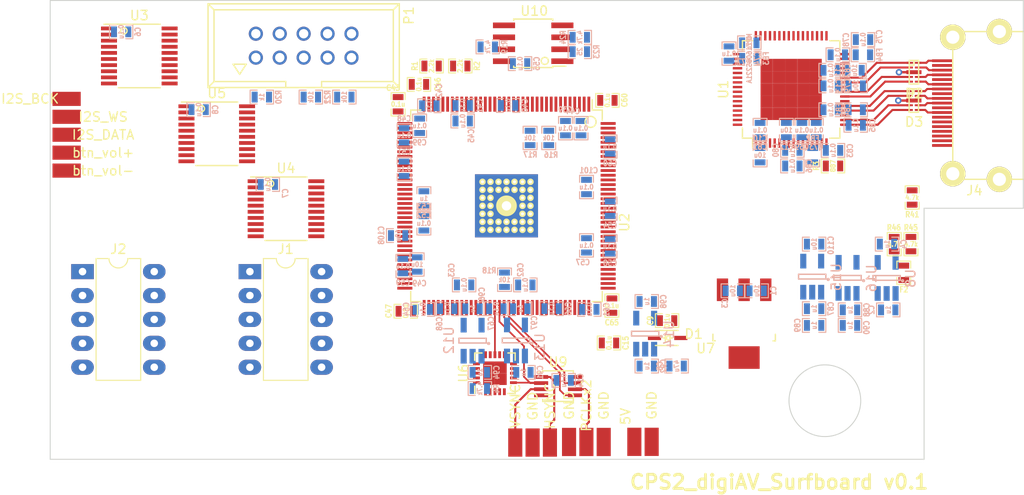
<source format=kicad_pcb>
(kicad_pcb (version 4) (host pcbnew 4.0.7-e2-6376~58~ubuntu16.04.1)
  (layers (0 F.Cu signal) (31 B.Cu signal) (34 B.Paste user) (35 F.Paste user) (36 B.SilkS user) (37 F.SilkS user) (38 B.Mask user) (39 F.Mask user) (44 Edge.Cuts user))
  (net 0 "")
  (net 1 /fpga1/ASDO)
  (net 2 /fpga1/DATA0)
  (net 3 /fpga1/DCLK)
  (net 4 /fpga1/HDMITX_HSYNC)
  (net 5 /fpga1/HDMITX_INT_N)
  (net 6 /fpga1/HDMITX_PCLK)
  (net 7 /fpga1/HDMITX_R0)
  (net 8 /fpga1/HDMITX_R1)
  (net 9 /fpga1/HDMITX_R2)
  (net 10 /fpga1/HDMITX_R3)
  (net 11 /fpga1/HDMITX_R4)
  (net 12 /fpga1/HDMITX_R5)
  (net 13 /fpga1/HDMITX_R6)
  (net 14 /fpga1/HDMITX_R7)
  (net 15 /fpga1/HDMITX_VSYNC)
  (net 16 /fpga1/SCL)
  (net 17 /fpga1/SDA)
  (net 18 /fpga1/TCK)
  (net 19 /fpga1/TDI)
  (net 20 /fpga1/TDO)
  (net 21 /fpga1/TMS)
  (net 22 /fpga1/VCCA)
  (net 23 /fpga1/VCCD_PLL)
  (net 24 /fpga1/VCCINT)
  (net 25 /fpga1/nCSO)
  (net 26 /hdmitx1/B0)
  (net 27 /hdmitx1/B1)
  (net 28 /hdmitx1/B2)
  (net 29 /hdmitx1/B3)
  (net 30 /hdmitx1/B4)
  (net 31 /hdmitx1/B5)
  (net 32 /hdmitx1/B6)
  (net 33 /hdmitx1/B7)
  (net 34 /hdmitx1/DE)
  (net 35 /hdmitx1/G0)
  (net 36 /hdmitx1/G1)
  (net 37 /hdmitx1/G2)
  (net 38 /hdmitx1/G3)
  (net 39 /hdmitx1/G4)
  (net 40 /hdmitx1/G5)
  (net 41 /hdmitx1/G6)
  (net 42 /hdmitx1/G7)
  (net 43 /hdmitx1/HPD)
  (net 44 GND)
  (net 45 "Net-(R16-Pad2)")
  (net 46 "Net-(R24-Pad1)")
  (net 47 "Net-(R17-Pad1)")
  (net 48 "Net-(R18-Pad2)")
  (net 49 "Net-(R19-Pad1)")
  (net 50 "Net-(R23-Pad2)")
  (net 51 /hdmitx1/5V_FUSED)
  (net 52 /fpga1/I2S_WS)
  (net 53 /fpga1/I2S_DATA)
  (net 54 /fpga1/I2S_BCK)
  (net 55 /5V)
  (net 56 /fpga1/HDMITX_RESET_N)
  (net 57 /fpga1/HDMITX_I2S_BCK)
  (net 58 /fpga1/HDMITX_I2S_WS)
  (net 59 /fpga1/HDMITX_I2S_DATA)
  (net 60 /fpga1/AUD_MCLK)
  (net 61 "Net-(J1-Pad6)")
  (net 62 "Net-(J1-Pad2)")
  (net 63 "Net-(J1-Pad7)")
  (net 64 "Net-(J1-Pad3)")
  (net 65 "Net-(J1-Pad8)")
  (net 66 "Net-(J1-Pad4)")
  (net 67 "Net-(J1-Pad9)")
  (net 68 "Net-(J1-Pad10)")
  (net 69 "Net-(J2-Pad6)")
  (net 70 "Net-(J2-Pad2)")
  (net 71 "Net-(J2-Pad7)")
  (net 72 "Net-(J2-Pad3)")
  (net 73 "Net-(J2-Pad8)")
  (net 74 "Net-(J2-Pad4)")
  (net 75 "Net-(J2-Pad9)")
  (net 76 "Net-(J2-Pad10)")
  (net 77 /hdmitx1/TX2+)
  (net 78 /hdmitx1/TX2-)
  (net 79 /hdmitx1/TX1+)
  (net 80 /hdmitx1/TX1-)
  (net 81 /hdmitx1/TX0+)
  (net 82 /hdmitx1/TX0-)
  (net 83 /hdmitx1/TXC+)
  (net 84 /hdmitx1/TXC-)
  (net 85 /hdmitx1/DDCSCL)
  (net 86 /hdmitx1/DDCSDA)
  (net 87 "Net-(C10-Pad1)")
  (net 88 "Net-(C11-Pad1)")
  (net 89 "Net-(C12-Pad1)")
  (net 90 "Net-(C13-Pad1)")
  (net 91 /hdmitx1/AVDD1V8)
  (net 92 "Net-(R3-Pad1)")
  (net 93 /hdmitx1/DVDD3V3)
  (net 94 /hdmitx1/AVDD3V3)
  (net 95 /input1/5V)
  (net 96 /hdmitx1/DVDD1V8)
  (net 97 /input1/R0_O)
  (net 98 /input1/R1_O)
  (net 99 /input1/R2_O)
  (net 100 /input1/R3_O)
  (net 101 /input1/G0_O)
  (net 102 /input1/G1_O)
  (net 103 /input1/G2_O)
  (net 104 /input1/G3_O)
  (net 105 /input1/PCLKx2)
  (net 106 /input1/VSYNC_O)
  (net 107 /input1/HSYNC_O)
  (net 108 /input1/VOL+_O)
  (net 109 /input1/VOL-_O)
  (net 110 /input1/B0_O)
  (net 111 /input1/B1_O)
  (net 112 /input1/B2_O)
  (net 113 /input1/B3_O)
  (net 114 /input1/F0_O)
  (net 115 /input1/F1_O)
  (net 116 /input1/F2_O)
  (net 117 /input1/F3_O)
  (net 118 /fpga1/CLK0)
  (net 119 "Net-(U5-Pad2)")
  (net 120 "Net-(U5-Pad3)")
  (net 121 "Net-(U5-Pad4)")
  (net 122 "Net-(U5-Pad5)")
  (net 123 "Net-(U5-Pad6)")
  (net 124 "Net-(U9-Pad1)")
  (net 125 "Net-(U9-Pad3)")
  (net 126 "Net-(U9-Pad6)")
  (net 127 "Net-(R4-Pad2)")
  (net 128 "Net-(D2-Pad6)")
  (net 129 "Net-(D2-Pad7)")
  (net 130 "Net-(D2-Pad9)")
  (net 131 "Net-(D2-Pad10)")
  (net 132 "Net-(D3-Pad6)")
  (net 133 "Net-(D3-Pad7)")
  (net 134 "Net-(D3-Pad9)")
  (net 135 "Net-(D3-Pad10)")
  (module Connect:VASCH5x2 (layer F.Cu) (at 66.04 28.321)
    (fp_text reference P1 (at 11.179 -3.202 90) (layer F.SilkS))
    (fp_text value JTAG_CONN)
    (pad 1 thru_hole circle (at -5.08 1.27) (size 1.50622 1.50622) (drill 0.99822) (layers *.Cu *.Mask) (net 18 /fpga1/TCK))
    (pad 2 thru_hole circle (at -5.08 -1.27) (size 1.50622 1.50622) (drill 0.99822) (layers *.Cu *.Mask) (net 44 GND))
    (pad 3 thru_hole circle (at -2.54 1.27) (size 1.50622 1.50622) (drill 0.99822) (layers *.Cu *.Mask) (net 20 /fpga1/TDO))
    (pad 4 thru_hole circle (at -2.54 -1.27) (size 1.50622 1.50622) (drill 0.99822) (layers *.Cu *.Mask) (net 22 /fpga1/VCCA))
    (pad 5 thru_hole circle (at 0 1.27) (size 1.50622 1.50622) (drill 0.99822) (layers *.Cu *.Mask) (net 21 /fpga1/TMS))
    (pad 6 thru_hole circle (at 0 -1.27) (size 1.50622 1.50622) (drill 0.99822) (layers *.Cu *.Mask))
    (pad 7 thru_hole circle (at 2.54 1.27) (size 1.50622 1.50622) (drill 0.99822) (layers *.Cu *.Mask))
    (pad 8 thru_hole circle (at 2.54 -1.27) (size 1.50622 1.50622) (drill 0.99822) (layers *.Cu *.Mask))
    (pad 9 thru_hole circle (at 5.08 1.27) (size 1.50622 1.50622) (drill 0.99822) (layers *.Cu *.Mask) (net 19 /fpga1/TDI))
    (pad 10 thru_hole circle (at 5.08 -1.27) (size 1.50622 1.50622) (drill 0.99822) (layers *.Cu *.Mask) (net 44 GND))
  )
  (module custom_components:SOT-23-5_Handsoldering (layer B.Cu) (at 120.066 52.8574 180)
    (fp_text reference U15 (at -2.55 -0.05 270) (layer B.SilkS) (effects (justify mirror)))
    (fp_text value TLV70018)
    (pad 1 smd rect (at -0.95 -1.65 90) (size 1.56 0.65) (layers B.Cu B.Paste B.Mask) (net 93 /hdmitx1/DVDD3V3))
    (pad 2 smd rect (at 0 -1.65 90) (size 1.56 0.65) (layers B.Cu B.Paste B.Mask) (net 44 GND))
    (pad 3 smd rect (at 0.95 -1.65 90) (size 1.56 0.65) (layers B.Cu B.Paste B.Mask) (net 93 /hdmitx1/DVDD3V3))
    (pad 4 smd rect (at 0.95 1.65 90) (size 1.56 0.65) (layers B.Cu B.Paste B.Mask))
    (pad 5 smd rect (at -0.95 1.65 90) (size 1.56 0.65) (layers B.Cu B.Paste B.Mask) (net 96 /hdmitx1/DVDD1V8))
  )
  (module custom_components:SOT-23-5_Handsoldering (layer B.Cu) (at 123.82 52.9844 180)
    (fp_text reference U16 (at -2.55 -0.05 270) (layer B.SilkS) (effects (justify mirror)))
    (fp_text value TLV70018)
    (pad 1 smd rect (at -0.95 -1.65 90) (size 1.56 0.65) (layers B.Cu B.Paste B.Mask) (net 94 /hdmitx1/AVDD3V3))
    (pad 2 smd rect (at 0 -1.65 90) (size 1.56 0.65) (layers B.Cu B.Paste B.Mask) (net 44 GND))
    (pad 3 smd rect (at 0.95 -1.65 90) (size 1.56 0.65) (layers B.Cu B.Paste B.Mask) (net 94 /hdmitx1/AVDD3V3))
    (pad 4 smd rect (at 0.95 1.65 90) (size 1.56 0.65) (layers B.Cu B.Paste B.Mask))
    (pad 5 smd rect (at -0.95 1.65 90) (size 1.56 0.65) (layers B.Cu B.Paste B.Mask) (net 91 /hdmitx1/AVDD1V8))
  )
  (module custom_components:SOT-23-5_Handsoldering (layer B.Cu) (at 83.987 59.6596 180)
    (fp_text reference U12 (at 2.514 0.035 270) (layer B.SilkS) (effects (justify mirror)))
    (fp_text value TLV70012)
    (pad 1 smd rect (at -0.95 -1.65 90) (size 1.56 0.65) (layers B.Cu B.Paste B.Mask) (net 93 /hdmitx1/DVDD3V3))
    (pad 2 smd rect (at 0 -1.65 90) (size 1.56 0.65) (layers B.Cu B.Paste B.Mask) (net 44 GND))
    (pad 3 smd rect (at 0.95 -1.65 90) (size 1.56 0.65) (layers B.Cu B.Paste B.Mask) (net 93 /hdmitx1/DVDD3V3))
    (pad 4 smd rect (at 0.95 1.65 90) (size 1.56 0.65) (layers B.Cu B.Paste B.Mask))
    (pad 5 smd rect (at -0.95 1.65 90) (size 1.56 0.65) (layers B.Cu B.Paste B.Mask) (net 24 /fpga1/VCCINT))
  )
  (module custom_components:SOT-23-5_Handsoldering (layer B.Cu) (at 88.593 59.6376 180)
    (fp_text reference U13 (at -2.55 -0.7004 270) (layer B.SilkS) (effects (justify mirror)))
    (fp_text value TLV70025)
    (pad 1 smd rect (at -0.95 -1.65 90) (size 1.56 0.65) (layers B.Cu B.Paste B.Mask) (net 93 /hdmitx1/DVDD3V3))
    (pad 2 smd rect (at 0 -1.65 90) (size 1.56 0.65) (layers B.Cu B.Paste B.Mask) (net 44 GND))
    (pad 3 smd rect (at 0.95 -1.65 90) (size 1.56 0.65) (layers B.Cu B.Paste B.Mask) (net 93 /hdmitx1/DVDD3V3))
    (pad 4 smd rect (at 0.95 1.65 90) (size 1.56 0.65) (layers B.Cu B.Paste B.Mask))
    (pad 5 smd rect (at -0.95 1.65 90) (size 1.56 0.65) (layers B.Cu B.Paste B.Mask) (net 22 /fpga1/VCCA))
  )
  (module custom_components:SOT-23-5_Handsoldering (layer B.Cu) (at 102.321 58.913 180)
    (fp_text reference U14 (at -2.55 -0.05 270) (layer B.SilkS) (effects (justify mirror)))
    (fp_text value TLV70012)
    (pad 1 smd rect (at -0.95 -1.65 90) (size 1.56 0.65) (layers B.Cu B.Paste B.Mask) (net 93 /hdmitx1/DVDD3V3))
    (pad 2 smd rect (at 0 -1.65 90) (size 1.56 0.65) (layers B.Cu B.Paste B.Mask) (net 44 GND))
    (pad 3 smd rect (at 0.95 -1.65 90) (size 1.56 0.65) (layers B.Cu B.Paste B.Mask) (net 93 /hdmitx1/DVDD3V3))
    (pad 4 smd rect (at 0.95 1.65 90) (size 1.56 0.65) (layers B.Cu B.Paste B.Mask))
    (pad 5 smd rect (at -0.95 1.65 90) (size 1.56 0.65) (layers B.Cu B.Paste B.Mask) (net 23 /fpga1/VCCD_PLL))
  )
  (module custom_components:HDMI_CONN-10029449-111RLF (layer F.Cu) (at 135.001 34.671 90)
    (fp_text reference J4 (at -9.042 2.298 180) (layer F.SilkS))
    (fp_text value HDMI_CONN)
    (pad 17 thru_hole circle (at 7.25 0 90) (size 2.7 2.7) (drill 1.4) (layers *.Cu *.Mask F.SilkS) (net 44 GND))
    (pad 17 thru_hole circle (at -7.25 0 90) (size 2.7 2.7) (drill 1.4) (layers *.Cu *.Mask F.SilkS) (net 44 GND))
    (pad 17 thru_hole circle (at -7.85 4.95 90) (size 2.7 2.7) (drill 1.4) (layers *.Cu *.Mask F.SilkS) (net 44 GND))
    (pad 17 thru_hole circle (at 7.85 4.95 90) (size 2.7 2.7) (drill 1.4) (layers *.Cu *.Mask F.SilkS) (net 44 GND))
    (pad 1 smd rect (at 4.75 -1.1 90) (size 0.3 2.2) (layers F.Cu F.Paste F.Mask) (net 131 "Net-(D2-Pad10)"))
    (pad 2 smd rect (at 4.25 -1.1 90) (size 0.3 2.2) (layers F.Cu F.Paste F.Mask) (net 44 GND))
    (pad 3 smd rect (at 3.75 -1.1 90) (size 0.3 2.2) (layers F.Cu F.Paste F.Mask) (net 130 "Net-(D2-Pad9)"))
    (pad 4 smd rect (at 3.25 -1.1 90) (size 0.3 2.2) (layers F.Cu F.Paste F.Mask) (net 129 "Net-(D2-Pad7)"))
    (pad 5 smd rect (at 2.75 -1.1 90) (size 0.3 2.2) (layers F.Cu F.Paste F.Mask) (net 44 GND))
    (pad 6 smd rect (at 2.25 -1.1 90) (size 0.3 2.2) (layers F.Cu F.Paste F.Mask) (net 128 "Net-(D2-Pad6)"))
    (pad 7 smd rect (at 1.75 -1.1 90) (size 0.3 2.2) (layers F.Cu F.Paste F.Mask) (net 135 "Net-(D3-Pad10)"))
    (pad 8 smd rect (at 1.25 -1.1 90) (size 0.3 2.2) (layers F.Cu F.Paste F.Mask) (net 44 GND))
    (pad 9 smd rect (at 0.75 -1.1 90) (size 0.3 2.2) (layers F.Cu F.Paste F.Mask) (net 134 "Net-(D3-Pad9)"))
    (pad 10 smd rect (at 0.25 -1.1 90) (size 0.3 2.2) (layers F.Cu F.Paste F.Mask) (net 133 "Net-(D3-Pad7)"))
    (pad 11 smd rect (at -0.25 -1.1 90) (size 0.3 2.2) (layers F.Cu F.Paste F.Mask) (net 44 GND))
    (pad 12 smd rect (at -0.75 -1.1 90) (size 0.3 2.2) (layers F.Cu F.Paste F.Mask) (net 132 "Net-(D3-Pad6)"))
    (pad 13 smd rect (at -1.25 -1.1 90) (size 0.3 2.2) (layers F.Cu F.Paste F.Mask))
    (pad 14 smd rect (at -1.75 -1.1 90) (size 0.3 2.2) (layers F.Cu F.Paste F.Mask))
    (pad 15 smd rect (at -2.25 -1.1 90) (size 0.3 2.2) (layers F.Cu F.Paste F.Mask) (net 85 /hdmitx1/DDCSCL))
    (pad 16 smd rect (at -2.75 -1.1 90) (size 0.3 2.2) (layers F.Cu F.Paste F.Mask) (net 86 /hdmitx1/DDCSDA))
    (pad 17 smd rect (at -3.25 -1.1 90) (size 0.3 2.2) (layers F.Cu F.Paste F.Mask) (net 44 GND))
    (pad 18 smd rect (at -3.75 -1.1 90) (size 0.3 2.2) (layers F.Cu F.Paste F.Mask) (net 51 /hdmitx1/5V_FUSED))
    (pad 19 smd rect (at -4.25 -1.1 90) (size 0.3 2.2) (layers F.Cu F.Paste F.Mask) (net 43 /hdmitx1/HPD))
  )
  (module custom_components:TQFP-144_thermal (layer F.Cu) (at 87.587 45.335 270)
    (fp_text reference U2 (at 1.767 -12.54 270) (layer F.SilkS))
    (fp_text value EP4CE15E22)
    (pad 1 smd rect (at -10.8 -8.75 270) (size 1.6 0.3) (layers F.Cu F.Paste F.Mask) (net 23 /fpga1/VCCD_PLL))
    (pad 2 smd rect (at -10.8 -8.25 270) (size 1.6 0.3) (layers F.Cu F.Paste F.Mask) (net 44 GND))
    (pad 3 smd rect (at -10.8 -7.75 270) (size 1.6 0.3) (layers F.Cu F.Paste F.Mask) (net 22 /fpga1/VCCA))
    (pad 4 smd rect (at -10.8 -7.25 270) (size 1.6 0.3) (layers F.Cu F.Paste F.Mask) (net 44 GND))
    (pad 5 smd rect (at -10.8 -6.75 270) (size 1.6 0.3) (layers F.Cu F.Paste F.Mask) (net 24 /fpga1/VCCINT))
    (pad 6 smd rect (at -10.8 -6.25 270) (size 1.6 0.3) (layers F.Cu F.Paste F.Mask) (net 1 /fpga1/ASDO))
    (pad 7 smd rect (at -10.8 -5.75 270) (size 1.6 0.3) (layers F.Cu F.Paste F.Mask) (net 12 /fpga1/HDMITX_R5))
    (pad 8 smd rect (at -10.8 -5.25 270) (size 1.6 0.3) (layers F.Cu F.Paste F.Mask) (net 25 /fpga1/nCSO))
    (pad 9 smd rect (at -10.8 -4.75 270) (size 1.6 0.3) (layers F.Cu F.Paste F.Mask) (net 45 "Net-(R16-Pad2)"))
    (pad 10 smd rect (at -10.8 -4.25 270) (size 1.6 0.3) (layers F.Cu F.Paste F.Mask) (net 13 /fpga1/HDMITX_R6))
    (pad 11 smd rect (at -10.8 -3.75 270) (size 1.6 0.3) (layers F.Cu F.Paste F.Mask) (net 14 /fpga1/HDMITX_R7))
    (pad 12 smd rect (at -10.8 -3.25 270) (size 1.6 0.3) (layers F.Cu F.Paste F.Mask) (net 3 /fpga1/DCLK))
    (pad 13 smd rect (at -10.8 -2.75 270) (size 1.6 0.3) (layers F.Cu F.Paste F.Mask) (net 2 /fpga1/DATA0))
    (pad 14 smd rect (at -10.8 -2.25 270) (size 1.6 0.3) (layers F.Cu F.Paste F.Mask) (net 47 "Net-(R17-Pad1)"))
    (pad 15 smd rect (at -10.8 -1.75 270) (size 1.6 0.3) (layers F.Cu F.Paste F.Mask) (net 19 /fpga1/TDI))
    (pad 16 smd rect (at -10.8 -1.25 270) (size 1.6 0.3) (layers F.Cu F.Paste F.Mask) (net 18 /fpga1/TCK))
    (pad 17 smd rect (at -10.8 -0.75 270) (size 1.6 0.3) (layers F.Cu F.Paste F.Mask) (net 93 /hdmitx1/DVDD3V3))
    (pad 18 smd rect (at -10.8 -0.25 270) (size 1.6 0.3) (layers F.Cu F.Paste F.Mask) (net 21 /fpga1/TMS))
    (pad 19 smd rect (at -10.8 0.25 270) (size 1.6 0.3) (layers F.Cu F.Paste F.Mask) (net 44 GND))
    (pad 20 smd rect (at -10.8 0.75 270) (size 1.6 0.3) (layers F.Cu F.Paste F.Mask) (net 20 /fpga1/TDO))
    (pad 21 smd rect (at -10.8 1.25 270) (size 1.6 0.3) (layers F.Cu F.Paste F.Mask) (net 44 GND))
    (pad 22 smd rect (at -10.8 1.75 270) (size 1.6 0.3) (layers F.Cu F.Paste F.Mask) (net 44 GND))
    (pad 23 smd rect (at -10.8 2.25 270) (size 1.6 0.3) (layers F.Cu F.Paste F.Mask) (net 44 GND))
    (pad 24 smd rect (at -10.8 2.75 270) (size 1.6 0.3) (layers F.Cu F.Paste F.Mask) (net 44 GND))
    (pad 25 smd rect (at -10.8 3.25 270) (size 1.6 0.3) (layers F.Cu F.Paste F.Mask) (net 44 GND))
    (pad 26 smd rect (at -10.8 3.75 270) (size 1.6 0.3) (layers F.Cu F.Paste F.Mask) (net 93 /hdmitx1/DVDD3V3))
    (pad 27 smd rect (at -10.8 4.25 270) (size 1.6 0.3) (layers F.Cu F.Paste F.Mask) (net 44 GND))
    (pad 28 smd rect (at -10.8 4.75 270) (size 1.6 0.3) (layers F.Cu F.Paste F.Mask))
    (pad 29 smd rect (at -10.8 5.25 270) (size 1.6 0.3) (layers F.Cu F.Paste F.Mask) (net 24 /fpga1/VCCINT))
    (pad 30 smd rect (at -10.8 5.75 270) (size 1.6 0.3) (layers F.Cu F.Paste F.Mask) (net 17 /fpga1/SDA))
    (pad 31 smd rect (at -10.8 6.25 270) (size 1.6 0.3) (layers F.Cu F.Paste F.Mask) (net 16 /fpga1/SCL))
    (pad 32 smd rect (at -10.8 6.75 270) (size 1.6 0.3) (layers F.Cu F.Paste F.Mask))
    (pad 33 smd rect (at -10.8 7.25 270) (size 1.6 0.3) (layers F.Cu F.Paste F.Mask))
    (pad 34 smd rect (at -10.8 7.75 270) (size 1.6 0.3) (layers F.Cu F.Paste F.Mask) (net 24 /fpga1/VCCINT))
    (pad 35 smd rect (at -10.8 8.25 270) (size 1.6 0.3) (layers F.Cu F.Paste F.Mask) (net 22 /fpga1/VCCA))
    (pad 36 smd rect (at -10.8 8.75 270) (size 1.6 0.3) (layers F.Cu F.Paste F.Mask) (net 44 GND))
    (pad 37 smd rect (at -8.75 10.8) (size 1.6 0.3) (layers F.Cu F.Paste F.Mask) (net 23 /fpga1/VCCD_PLL))
    (pad 38 smd rect (at -8.25 10.8) (size 1.6 0.3) (layers F.Cu F.Paste F.Mask) (net 24 /fpga1/VCCINT))
    (pad 39 smd rect (at -7.75 10.8) (size 1.6 0.3) (layers F.Cu F.Paste F.Mask) (net 117 /input1/F3_O))
    (pad 40 smd rect (at -7.25 10.8) (size 1.6 0.3) (layers F.Cu F.Paste F.Mask) (net 93 /hdmitx1/DVDD3V3))
    (pad 41 smd rect (at -6.75 10.8) (size 1.6 0.3) (layers F.Cu F.Paste F.Mask) (net 44 GND))
    (pad 42 smd rect (at -6.25 10.8) (size 1.6 0.3) (layers F.Cu F.Paste F.Mask) (net 116 /input1/F2_O))
    (pad 43 smd rect (at -5.75 10.8) (size 1.6 0.3) (layers F.Cu F.Paste F.Mask) (net 115 /input1/F1_O))
    (pad 44 smd rect (at -5.25 10.8) (size 1.6 0.3) (layers F.Cu F.Paste F.Mask) (net 114 /input1/F0_O))
    (pad 45 smd rect (at -4.75 10.8) (size 1.6 0.3) (layers F.Cu F.Paste F.Mask) (net 24 /fpga1/VCCINT))
    (pad 46 smd rect (at -4.25 10.8) (size 1.6 0.3) (layers F.Cu F.Paste F.Mask) (net 100 /input1/R3_O))
    (pad 47 smd rect (at -3.75 10.8) (size 1.6 0.3) (layers F.Cu F.Paste F.Mask) (net 93 /hdmitx1/DVDD3V3))
    (pad 48 smd rect (at -3.25 10.8) (size 1.6 0.3) (layers F.Cu F.Paste F.Mask) (net 44 GND))
    (pad 49 smd rect (at -2.75 10.8) (size 1.6 0.3) (layers F.Cu F.Paste F.Mask) (net 99 /input1/R2_O))
    (pad 50 smd rect (at -2.25 10.8) (size 1.6 0.3) (layers F.Cu F.Paste F.Mask) (net 98 /input1/R1_O))
    (pad 51 smd rect (at -1.75 10.8) (size 1.6 0.3) (layers F.Cu F.Paste F.Mask) (net 97 /input1/R0_O))
    (pad 52 smd rect (at -1.25 10.8) (size 1.6 0.3) (layers F.Cu F.Paste F.Mask) (net 44 GND))
    (pad 53 smd rect (at -0.75 10.8) (size 1.6 0.3) (layers F.Cu F.Paste F.Mask) (net 44 GND))
    (pad 54 smd rect (at -0.25 10.8) (size 1.6 0.3) (layers F.Cu F.Paste F.Mask) (net 44 GND))
    (pad 55 smd rect (at 0.25 10.8) (size 1.6 0.3) (layers F.Cu F.Paste F.Mask) (net 54 /fpga1/I2S_BCK))
    (pad 56 smd rect (at 0.75 10.8) (size 1.6 0.3) (layers F.Cu F.Paste F.Mask) (net 93 /hdmitx1/DVDD3V3))
    (pad 57 smd rect (at 1.25 10.8) (size 1.6 0.3) (layers F.Cu F.Paste F.Mask) (net 44 GND))
    (pad 58 smd rect (at 1.75 10.8) (size 1.6 0.3) (layers F.Cu F.Paste F.Mask) (net 52 /fpga1/I2S_WS))
    (pad 59 smd rect (at 2.25 10.8) (size 1.6 0.3) (layers F.Cu F.Paste F.Mask) (net 53 /fpga1/I2S_DATA))
    (pad 60 smd rect (at 2.75 10.8) (size 1.6 0.3) (layers F.Cu F.Paste F.Mask) (net 108 /input1/VOL+_O))
    (pad 61 smd rect (at 3.25 10.8) (size 1.6 0.3) (layers F.Cu F.Paste F.Mask) (net 109 /input1/VOL-_O))
    (pad 62 smd rect (at 3.75 10.8) (size 1.6 0.3) (layers F.Cu F.Paste F.Mask) (net 93 /hdmitx1/DVDD3V3))
    (pad 63 smd rect (at 4.25 10.8) (size 1.6 0.3) (layers F.Cu F.Paste F.Mask) (net 44 GND))
    (pad 64 smd rect (at 4.75 10.8) (size 1.6 0.3) (layers F.Cu F.Paste F.Mask) (net 104 /input1/G3_O))
    (pad 65 smd rect (at 5.25 10.8) (size 1.6 0.3) (layers F.Cu F.Paste F.Mask) (net 103 /input1/G2_O))
    (pad 66 smd rect (at 5.75 10.8) (size 1.6 0.3) (layers F.Cu F.Paste F.Mask) (net 102 /input1/G1_O))
    (pad 67 smd rect (at 6.25 10.8) (size 1.6 0.3) (layers F.Cu F.Paste F.Mask) (net 101 /input1/G0_O))
    (pad 68 smd rect (at 6.75 10.8) (size 1.6 0.3) (layers F.Cu F.Paste F.Mask) (net 113 /input1/B3_O))
    (pad 69 smd rect (at 7.25 10.8) (size 1.6 0.3) (layers F.Cu F.Paste F.Mask) (net 112 /input1/B2_O))
    (pad 70 smd rect (at 7.75 10.8) (size 1.6 0.3) (layers F.Cu F.Paste F.Mask) (net 24 /fpga1/VCCINT))
    (pad 71 smd rect (at 8.25 10.8) (size 1.6 0.3) (layers F.Cu F.Paste F.Mask) (net 111 /input1/B1_O))
    (pad 72 smd rect (at 8.75 10.8) (size 1.6 0.3) (layers F.Cu F.Paste F.Mask) (net 110 /input1/B0_O))
    (pad 73 smd rect (at 10.8 8.75 270) (size 1.6 0.3) (layers F.Cu F.Paste F.Mask) (net 23 /fpga1/VCCD_PLL))
    (pad 74 smd rect (at 10.8 8.25 270) (size 1.6 0.3) (layers F.Cu F.Paste F.Mask) (net 44 GND))
    (pad 75 smd rect (at 10.8 7.75 270) (size 1.6 0.3) (layers F.Cu F.Paste F.Mask) (net 22 /fpga1/VCCA))
    (pad 76 smd rect (at 10.8 7.25 270) (size 1.6 0.3) (layers F.Cu F.Paste F.Mask))
    (pad 77 smd rect (at 10.8 6.75 270) (size 1.6 0.3) (layers F.Cu F.Paste F.Mask))
    (pad 78 smd rect (at 10.8 6.25 270) (size 1.6 0.3) (layers F.Cu F.Paste F.Mask) (net 24 /fpga1/VCCINT))
    (pad 79 smd rect (at 10.8 5.75 270) (size 1.6 0.3) (layers F.Cu F.Paste F.Mask) (net 44 GND))
    (pad 80 smd rect (at 10.8 5.25 270) (size 1.6 0.3) (layers F.Cu F.Paste F.Mask))
    (pad 81 smd rect (at 10.8 4.75 270) (size 1.6 0.3) (layers F.Cu F.Paste F.Mask) (net 93 /hdmitx1/DVDD3V3))
    (pad 82 smd rect (at 10.8 4.25 270) (size 1.6 0.3) (layers F.Cu F.Paste F.Mask) (net 44 GND))
    (pad 83 smd rect (at 10.8 3.75 270) (size 1.6 0.3) (layers F.Cu F.Paste F.Mask))
    (pad 84 smd rect (at 10.8 3.25 270) (size 1.6 0.3) (layers F.Cu F.Paste F.Mask) (net 24 /fpga1/VCCINT))
    (pad 85 smd rect (at 10.8 2.75 270) (size 1.6 0.3) (layers F.Cu F.Paste F.Mask) (net 56 /fpga1/HDMITX_RESET_N))
    (pad 86 smd rect (at 10.8 2.25 270) (size 1.6 0.3) (layers F.Cu F.Paste F.Mask) (net 5 /fpga1/HDMITX_INT_N))
    (pad 87 smd rect (at 10.8 1.75 270) (size 1.6 0.3) (layers F.Cu F.Paste F.Mask) (net 57 /fpga1/HDMITX_I2S_BCK))
    (pad 88 smd rect (at 10.8 1.25 270) (size 1.6 0.3) (layers F.Cu F.Paste F.Mask) (net 118 /fpga1/CLK0))
    (pad 89 smd rect (at 10.8 0.75 270) (size 1.6 0.3) (layers F.Cu F.Paste F.Mask) (net 105 /input1/PCLKx2))
    (pad 90 smd rect (at 10.8 0.25 270) (size 1.6 0.3) (layers F.Cu F.Paste F.Mask) (net 106 /input1/VSYNC_O))
    (pad 91 smd rect (at 10.8 -0.25 270) (size 1.6 0.3) (layers F.Cu F.Paste F.Mask) (net 107 /input1/HSYNC_O))
    (pad 92 smd rect (at 10.8 -0.75 270) (size 1.6 0.3) (layers F.Cu F.Paste F.Mask) (net 48 "Net-(R18-Pad2)"))
    (pad 93 smd rect (at 10.8 -1.25 270) (size 1.6 0.3) (layers F.Cu F.Paste F.Mask) (net 93 /hdmitx1/DVDD3V3))
    (pad 94 smd rect (at 10.8 -1.75 270) (size 1.6 0.3) (layers F.Cu F.Paste F.Mask) (net 44 GND))
    (pad 95 smd rect (at 10.8 -2.25 270) (size 1.6 0.3) (layers F.Cu F.Paste F.Mask) (net 44 GND))
    (pad 96 smd rect (at 10.8 -2.75 270) (size 1.6 0.3) (layers F.Cu F.Paste F.Mask) (net 22 /fpga1/VCCA))
    (pad 97 smd rect (at 10.8 -3.25 270) (size 1.6 0.3) (layers F.Cu F.Paste F.Mask) (net 44 GND))
    (pad 98 smd rect (at 10.8 -3.75 270) (size 1.6 0.3) (layers F.Cu F.Paste F.Mask) (net 58 /fpga1/HDMITX_I2S_WS))
    (pad 99 smd rect (at 10.8 -4.25 270) (size 1.6 0.3) (layers F.Cu F.Paste F.Mask) (net 59 /fpga1/HDMITX_I2S_DATA))
    (pad 100 smd rect (at 10.8 -4.75 270) (size 1.6 0.3) (layers F.Cu F.Paste F.Mask) (net 60 /fpga1/AUD_MCLK))
    (pad 101 smd rect (at 10.8 -5.25 270) (size 1.6 0.3) (layers F.Cu F.Paste F.Mask) (net 15 /fpga1/HDMITX_VSYNC))
    (pad 102 smd rect (at 10.8 -5.75 270) (size 1.6 0.3) (layers F.Cu F.Paste F.Mask) (net 24 /fpga1/VCCINT))
    (pad 103 smd rect (at 10.8 -6.25 270) (size 1.6 0.3) (layers F.Cu F.Paste F.Mask) (net 4 /fpga1/HDMITX_HSYNC))
    (pad 104 smd rect (at 10.8 -6.75 270) (size 1.6 0.3) (layers F.Cu F.Paste F.Mask) (net 34 /hdmitx1/DE))
    (pad 105 smd rect (at 10.8 -7.25 270) (size 1.6 0.3) (layers F.Cu F.Paste F.Mask) (net 26 /hdmitx1/B0))
    (pad 106 smd rect (at 10.8 -7.75 270) (size 1.6 0.3) (layers F.Cu F.Paste F.Mask) (net 27 /hdmitx1/B1))
    (pad 107 smd rect (at 10.8 -8.25 270) (size 1.6 0.3) (layers F.Cu F.Paste F.Mask) (net 22 /fpga1/VCCA))
    (pad 108 smd rect (at 10.8 -8.75 270) (size 1.6 0.3) (layers F.Cu F.Paste F.Mask) (net 44 GND))
    (pad 109 smd rect (at 8.75 -10.8) (size 1.6 0.3) (layers F.Cu F.Paste F.Mask) (net 23 /fpga1/VCCD_PLL))
    (pad 110 smd rect (at 8.25 -10.8) (size 1.6 0.3) (layers F.Cu F.Paste F.Mask) (net 28 /hdmitx1/B2))
    (pad 111 smd rect (at 7.75 -10.8) (size 1.6 0.3) (layers F.Cu F.Paste F.Mask) (net 29 /hdmitx1/B3))
    (pad 112 smd rect (at 7.25 -10.8) (size 1.6 0.3) (layers F.Cu F.Paste F.Mask) (net 30 /hdmitx1/B4))
    (pad 113 smd rect (at 6.75 -10.8) (size 1.6 0.3) (layers F.Cu F.Paste F.Mask) (net 31 /hdmitx1/B5))
    (pad 114 smd rect (at 6.25 -10.8) (size 1.6 0.3) (layers F.Cu F.Paste F.Mask) (net 32 /hdmitx1/B6))
    (pad 115 smd rect (at 5.75 -10.8) (size 1.6 0.3) (layers F.Cu F.Paste F.Mask) (net 33 /hdmitx1/B7))
    (pad 116 smd rect (at 5.25 -10.8) (size 1.6 0.3) (layers F.Cu F.Paste F.Mask) (net 24 /fpga1/VCCINT))
    (pad 117 smd rect (at 4.75 -10.8) (size 1.6 0.3) (layers F.Cu F.Paste F.Mask) (net 93 /hdmitx1/DVDD3V3))
    (pad 118 smd rect (at 4.25 -10.8) (size 1.6 0.3) (layers F.Cu F.Paste F.Mask) (net 44 GND))
    (pad 119 smd rect (at 3.75 -10.8) (size 1.6 0.3) (layers F.Cu F.Paste F.Mask) (net 35 /hdmitx1/G0))
    (pad 120 smd rect (at 3.25 -10.8) (size 1.6 0.3) (layers F.Cu F.Paste F.Mask) (net 6 /fpga1/HDMITX_PCLK))
    (pad 121 smd rect (at 2.75 -10.8) (size 1.6 0.3) (layers F.Cu F.Paste F.Mask) (net 36 /hdmitx1/G1))
    (pad 122 smd rect (at 2.25 -10.8) (size 1.6 0.3) (layers F.Cu F.Paste F.Mask) (net 93 /hdmitx1/DVDD3V3))
    (pad 123 smd rect (at 1.75 -10.8) (size 1.6 0.3) (layers F.Cu F.Paste F.Mask) (net 44 GND))
    (pad 124 smd rect (at 1.25 -10.8) (size 1.6 0.3) (layers F.Cu F.Paste F.Mask) (net 24 /fpga1/VCCINT))
    (pad 125 smd rect (at 0.75 -10.8) (size 1.6 0.3) (layers F.Cu F.Paste F.Mask) (net 37 /hdmitx1/G2))
    (pad 126 smd rect (at 0.25 -10.8) (size 1.6 0.3) (layers F.Cu F.Paste F.Mask) (net 44 GND))
    (pad 127 smd rect (at -0.25 -10.8) (size 1.6 0.3) (layers F.Cu F.Paste F.Mask) (net 44 GND))
    (pad 128 smd rect (at -0.75 -10.8) (size 1.6 0.3) (layers F.Cu F.Paste F.Mask) (net 44 GND))
    (pad 129 smd rect (at -1.25 -10.8) (size 1.6 0.3) (layers F.Cu F.Paste F.Mask) (net 44 GND))
    (pad 130 smd rect (at -1.75 -10.8) (size 1.6 0.3) (layers F.Cu F.Paste F.Mask) (net 93 /hdmitx1/DVDD3V3))
    (pad 131 smd rect (at -2.25 -10.8) (size 1.6 0.3) (layers F.Cu F.Paste F.Mask) (net 44 GND))
    (pad 132 smd rect (at -2.75 -10.8) (size 1.6 0.3) (layers F.Cu F.Paste F.Mask) (net 38 /hdmitx1/G3))
    (pad 133 smd rect (at -3.25 -10.8) (size 1.6 0.3) (layers F.Cu F.Paste F.Mask) (net 39 /hdmitx1/G4))
    (pad 134 smd rect (at -3.75 -10.8) (size 1.6 0.3) (layers F.Cu F.Paste F.Mask) (net 40 /hdmitx1/G5))
    (pad 135 smd rect (at -4.25 -10.8) (size 1.6 0.3) (layers F.Cu F.Paste F.Mask) (net 41 /hdmitx1/G6))
    (pad 136 smd rect (at -4.75 -10.8) (size 1.6 0.3) (layers F.Cu F.Paste F.Mask) (net 42 /hdmitx1/G7))
    (pad 137 smd rect (at -5.25 -10.8) (size 1.6 0.3) (layers F.Cu F.Paste F.Mask) (net 7 /fpga1/HDMITX_R0))
    (pad 138 smd rect (at -5.75 -10.8) (size 1.6 0.3) (layers F.Cu F.Paste F.Mask) (net 24 /fpga1/VCCINT))
    (pad 139 smd rect (at -6.25 -10.8) (size 1.6 0.3) (layers F.Cu F.Paste F.Mask) (net 93 /hdmitx1/DVDD3V3))
    (pad 140 smd rect (at -6.75 -10.8) (size 1.6 0.3) (layers F.Cu F.Paste F.Mask) (net 44 GND))
    (pad 141 smd rect (at -7.25 -10.8) (size 1.6 0.3) (layers F.Cu F.Paste F.Mask) (net 8 /fpga1/HDMITX_R1))
    (pad 142 smd rect (at -7.75 -10.8) (size 1.6 0.3) (layers F.Cu F.Paste F.Mask) (net 9 /fpga1/HDMITX_R2))
    (pad 143 smd rect (at -8.25 -10.8) (size 1.6 0.3) (layers F.Cu F.Paste F.Mask) (net 10 /fpga1/HDMITX_R3))
    (pad 144 smd rect (at -8.75 -10.8) (size 1.6 0.3) (layers F.Cu F.Paste F.Mask) (net 11 /fpga1/HDMITX_R4))
    (pad 41 smd rect (at 0 0 270) (size 6.7 6.7) (layers *.Cu F.Paste F.Mask) (net 44 GND))
    (pad 41 thru_hole circle (at -2.55 -2.55 270) (size 0.69 0.69) (drill 0.33) (layers *.Cu *.Mask F.SilkS) (net 44 GND))
    (pad 41 thru_hole circle (at -1.7 -2.55 270) (size 0.69 0.69) (drill 0.33) (layers *.Cu *.Mask F.SilkS) (net 44 GND))
    (pad 41 thru_hole circle (at -0.85 -2.55 270) (size 0.69 0.69) (drill 0.33) (layers *.Cu *.Mask F.SilkS) (net 44 GND))
    (pad 41 thru_hole circle (at 0 -2.55 270) (size 0.69 0.69) (drill 0.33) (layers *.Cu *.Mask F.SilkS) (net 44 GND))
    (pad 41 thru_hole circle (at 0.85 -2.55 270) (size 0.69 0.69) (drill 0.33) (layers *.Cu *.Mask F.SilkS) (net 44 GND))
    (pad 41 thru_hole circle (at 1.7 -2.55 270) (size 0.69 0.69) (drill 0.33) (layers *.Cu *.Mask F.SilkS) (net 44 GND))
    (pad 41 thru_hole circle (at 2.55 -2.55 270) (size 0.69 0.69) (drill 0.33) (layers *.Cu *.Mask F.SilkS) (net 44 GND))
    (pad 41 thru_hole circle (at -2.55 -1.7 270) (size 0.69 0.69) (drill 0.33) (layers *.Cu *.Mask F.SilkS) (net 44 GND))
    (pad 41 thru_hole circle (at -1.7 -1.7 270) (size 0.69 0.69) (drill 0.33) (layers *.Cu *.Mask F.SilkS) (net 44 GND))
    (pad 41 thru_hole circle (at -0.85 -1.7 270) (size 0.69 0.69) (drill 0.33) (layers *.Cu *.Mask F.SilkS) (net 44 GND))
    (pad 41 thru_hole circle (at 0 -1.7 270) (size 0.69 0.69) (drill 0.33) (layers *.Cu *.Mask F.SilkS) (net 44 GND))
    (pad 41 thru_hole circle (at 0.85 -1.7 270) (size 0.69 0.69) (drill 0.33) (layers *.Cu *.Mask F.SilkS) (net 44 GND))
    (pad 41 thru_hole circle (at 1.7 -1.7 270) (size 0.69 0.69) (drill 0.33) (layers *.Cu *.Mask F.SilkS) (net 44 GND))
    (pad 41 thru_hole circle (at 2.55 -1.7 270) (size 0.69 0.69) (drill 0.33) (layers *.Cu *.Mask F.SilkS) (net 44 GND))
    (pad 41 thru_hole circle (at -2.55 -0.85 270) (size 0.69 0.69) (drill 0.33) (layers *.Cu *.Mask F.SilkS) (net 44 GND))
    (pad 41 thru_hole circle (at -1.7 -0.85 270) (size 0.69 0.69) (drill 0.33) (layers *.Cu *.Mask F.SilkS) (net 44 GND))
    (pad 41 thru_hole circle (at 1.7 -0.85 270) (size 0.69 0.69) (drill 0.33) (layers *.Cu *.Mask F.SilkS) (net 44 GND))
    (pad 41 thru_hole circle (at 2.55 -0.85 270) (size 0.69 0.69) (drill 0.33) (layers *.Cu *.Mask F.SilkS) (net 44 GND))
    (pad 41 thru_hole circle (at -2.55 0 270) (size 0.69 0.69) (drill 0.33) (layers *.Cu *.Mask F.SilkS) (net 44 GND))
    (pad 41 thru_hole circle (at -1.7 0 270) (size 0.69 0.69) (drill 0.33) (layers *.Cu *.Mask F.SilkS) (net 44 GND))
    (pad 41 thru_hole circle (at 1.7 0 270) (size 0.69 0.69) (drill 0.33) (layers *.Cu *.Mask F.SilkS) (net 44 GND))
    (pad 41 thru_hole circle (at 2.55 0 270) (size 0.69 0.69) (drill 0.33) (layers *.Cu *.Mask F.SilkS) (net 44 GND))
    (pad 41 thru_hole circle (at -2.55 0.85 270) (size 0.69 0.69) (drill 0.33) (layers *.Cu *.Mask F.SilkS) (net 44 GND))
    (pad 41 thru_hole circle (at -1.7 0.85 270) (size 0.69 0.69) (drill 0.33) (layers *.Cu *.Mask F.SilkS) (net 44 GND))
    (pad 41 thru_hole circle (at 1.7 0.85 270) (size 0.69 0.69) (drill 0.33) (layers *.Cu *.Mask F.SilkS) (net 44 GND))
    (pad 41 thru_hole circle (at 2.55 0.85 270) (size 0.69 0.69) (drill 0.33) (layers *.Cu *.Mask F.SilkS) (net 44 GND))
    (pad 41 thru_hole circle (at -2.55 1.7 270) (size 0.69 0.69) (drill 0.33) (layers *.Cu *.Mask F.SilkS) (net 44 GND))
    (pad 41 thru_hole circle (at -1.7 1.7 270) (size 0.69 0.69) (drill 0.33) (layers *.Cu *.Mask F.SilkS) (net 44 GND))
    (pad 41 thru_hole circle (at -0.85 1.7 270) (size 0.69 0.69) (drill 0.33) (layers *.Cu *.Mask F.SilkS) (net 44 GND))
    (pad 41 thru_hole circle (at 0 1.7 270) (size 0.69 0.69) (drill 0.33) (layers *.Cu *.Mask F.SilkS) (net 44 GND))
    (pad 41 thru_hole circle (at 0.85 1.7 270) (size 0.69 0.69) (drill 0.33) (layers *.Cu *.Mask F.SilkS) (net 44 GND))
    (pad 41 thru_hole circle (at 1.7 1.7 270) (size 0.69 0.69) (drill 0.33) (layers *.Cu *.Mask F.SilkS) (net 44 GND))
    (pad 41 thru_hole circle (at 2.55 1.7 270) (size 0.69 0.69) (drill 0.33) (layers *.Cu *.Mask F.SilkS) (net 44 GND))
    (pad 41 thru_hole circle (at -2.55 2.55 270) (size 0.69 0.69) (drill 0.33) (layers *.Cu *.Mask F.SilkS) (net 44 GND))
    (pad 41 thru_hole circle (at -1.7 2.55 270) (size 0.69 0.69) (drill 0.33) (layers *.Cu *.Mask F.SilkS) (net 44 GND))
    (pad 41 thru_hole circle (at -0.85 2.55 270) (size 0.69 0.69) (drill 0.33) (layers *.Cu *.Mask F.SilkS) (net 44 GND))
    (pad 41 thru_hole circle (at 0 2.55 270) (size 0.69 0.69) (drill 0.33) (layers *.Cu *.Mask F.SilkS) (net 44 GND))
    (pad 41 thru_hole circle (at 0.85 2.55 270) (size 0.69 0.69) (drill 0.33) (layers *.Cu *.Mask F.SilkS) (net 44 GND))
    (pad 41 thru_hole circle (at 1.7 2.55 270) (size 0.69 0.69) (drill 0.33) (layers *.Cu *.Mask F.SilkS) (net 44 GND))
    (pad 41 thru_hole circle (at 2.55 2.55 270) (size 0.69 0.69) (drill 0.33) (layers *.Cu *.Mask F.SilkS) (net 44 GND))
    (pad 41 thru_hole circle (at 0 0 270) (size 2.2 2.2) (drill 1) (layers *.Cu *.Mask F.SilkS) (net 44 GND))
  )
  (module custom_components:SM0603_Resistor_libcms (layer F.Cu) (at 128.778 49.403 90)
    (fp_text reference R46 (at 1.757 -0.03 180) (layer F.SilkS) (effects (font (size 0.5842 0.508) (thickness 0.127))))
    (fp_text value 4.7k (at 0 0 180) (layer F.SilkS) (effects (font (size 0.508 0.4572) (thickness 0.1143))))
    (pad 1 smd rect (at -0.762 0 90) (size 0.635 1.143) (layers F.Cu F.Paste F.Mask) (net 51 /hdmitx1/5V_FUSED))
    (pad 2 smd rect (at 0.762 0 90) (size 0.635 1.143) (layers F.Cu F.Paste F.Mask) (net 85 /hdmitx1/DDCSCL))
  )
  (module custom_components:SM0603_Resistor_libcms (layer F.Cu) (at 130.556 49.403 90)
    (fp_text reference R45 (at 1.757 -0.007 180) (layer F.SilkS) (effects (font (size 0.5842 0.508) (thickness 0.127))))
    (fp_text value 4.7k (at 0 0 180) (layer F.SilkS) (effects (font (size 0.508 0.4572) (thickness 0.1143))))
    (pad 1 smd rect (at -0.762 0 90) (size 0.635 1.143) (layers F.Cu F.Paste F.Mask) (net 51 /hdmitx1/5V_FUSED))
    (pad 2 smd rect (at 0.762 0 90) (size 0.635 1.143) (layers F.Cu F.Paste F.Mask) (net 86 /hdmitx1/DDCSDA))
  )
  (module custom_components:SM0603_Resistor_libcms (layer F.Cu) (at 129.794 52.451 90)
    (fp_text reference F2 (at -1.778 0 180) (layer F.SilkS) (effects (font (size 0.5842 0.508) (thickness 0.127))))
    (fp_text value MF-FSMF020X-2 hide)
    (pad 1 smd rect (at -0.762 0 90) (size 0.635 1.143) (layers F.Cu F.Paste F.Mask) (net 55 /5V))
    (pad 2 smd rect (at 0.762 0 90) (size 0.635 1.143) (layers F.Cu F.Paste F.Mask) (net 51 /hdmitx1/5V_FUSED))
  )
  (module custom_components:SM0603_Resistor_libcms (layer F.Cu) (at 130.683 44.45 270)
    (fp_text reference R41 (at 1.809 -0.012 360) (layer F.SilkS) (effects (font (size 0.5842 0.508) (thickness 0.127))))
    (fp_text value 4.7k (at 0 0 360) (layer F.SilkS) (effects (font (size 0.508 0.4572) (thickness 0.1143))))
    (pad 1 smd rect (at -0.762 0 270) (size 0.635 1.143) (layers F.Cu F.Paste F.Mask) (net 43 /hdmitx1/HPD))
    (pad 2 smd rect (at 0.762 0 270) (size 0.635 1.143) (layers F.Cu F.Paste F.Mask) (net 44 GND))
  )
  (module custom_components:SM0603_Resistor_libcms (layer B.Cu) (at 125.4506 29.2862 180)
    (fp_text reference FB4 (at -1.778 0 450) (layer B.SilkS) (effects (font (size 0.5842 0.508) (thickness 0.127)) (justify mirror)))
    (fp_text value MPZ1608S221A hide)
    (pad 1 smd rect (at -0.762 0 180) (size 0.635 1.143) (layers B.Cu B.Paste B.Mask) (net 93 /hdmitx1/DVDD3V3))
    (pad 2 smd rect (at 0.762 0 180) (size 0.635 1.143) (layers B.Cu B.Paste B.Mask) (net 88 "Net-(C11-Pad1)"))
  )
  (module custom_components:SM0603_Resistor_libcms (layer B.Cu) (at 120.1166 39.9542 270)
    (fp_text reference FB2 (at -1.778 0 540) (layer B.SilkS) (effects (font (size 0.5842 0.508) (thickness 0.127)) (justify mirror)))
    (fp_text value MPZ1608S221A hide)
    (pad 1 smd rect (at -0.762 0 270) (size 0.635 1.143) (layers B.Cu B.Paste B.Mask) (net 89 "Net-(C12-Pad1)"))
    (pad 2 smd rect (at 0.762 0 270) (size 0.635 1.143) (layers B.Cu B.Paste B.Mask) (net 91 /hdmitx1/AVDD1V8))
  )
  (module custom_components:SM0603_Resistor_libcms (layer B.Cu) (at 124.6886 35.1282)
    (fp_text reference FB1 (at -1.778 0 270) (layer B.SilkS) (effects (font (size 0.5842 0.508) (thickness 0.127)) (justify mirror)))
    (fp_text value MPZ1608S221A hide)
    (pad 1 smd rect (at -0.762 0) (size 0.635 1.143) (layers B.Cu B.Paste B.Mask) (net 90 "Net-(C13-Pad1)"))
    (pad 2 smd rect (at 0.762 0) (size 0.635 1.143) (layers B.Cu B.Paste B.Mask) (net 91 /hdmitx1/AVDD1V8))
  )
  (module custom_components:SM0603_Resistor_libcms (layer B.Cu) (at 95.377 27.432)
    (fp_text reference R24 (at -1.778 0 270) (layer B.SilkS) (effects (font (size 0.5842 0.508) (thickness 0.127)) (justify mirror)))
    (fp_text value 4.7k (at 0 0 270) (layer B.SilkS) (effects (font (size 0.508 0.4572) (thickness 0.1143)) (justify mirror)))
    (pad 1 smd rect (at -0.762 0) (size 0.635 1.143) (layers B.Cu B.Paste B.Mask) (net 46 "Net-(R24-Pad1)"))
    (pad 2 smd rect (at 0.762 0) (size 0.635 1.143) (layers B.Cu B.Paste B.Mask) (net 93 /hdmitx1/DVDD3V3))
  )
  (module custom_components:SM0603_Resistor_libcms (layer B.Cu) (at 95.377 28.956 180)
    (fp_text reference R23 (at -1.778 0 450) (layer B.SilkS) (effects (font (size 0.5842 0.508) (thickness 0.127)) (justify mirror)))
    (fp_text value 25 (at 0 0 450) (layer B.SilkS) (effects (font (size 0.508 0.4572) (thickness 0.1143)) (justify mirror)))
    (pad 1 smd rect (at -0.762 0 180) (size 0.635 1.143) (layers B.Cu B.Paste B.Mask) (net 2 /fpga1/DATA0))
    (pad 2 smd rect (at 0.762 0 180) (size 0.635 1.143) (layers B.Cu B.Paste B.Mask) (net 50 "Net-(R23-Pad2)"))
  )
  (module custom_components:SM0603_Resistor_libcms (layer B.Cu) (at 70.358 33.782)
    (fp_text reference R22 (at -1.778 0 270) (layer B.SilkS) (effects (font (size 0.5842 0.508) (thickness 0.127)) (justify mirror)))
    (fp_text value 10k (at 0 0 270) (layer B.SilkS) (effects (font (size 0.508 0.4572) (thickness 0.1143)) (justify mirror)))
    (pad 1 smd rect (at -0.762 0) (size 0.635 1.143) (layers B.Cu B.Paste B.Mask) (net 22 /fpga1/VCCA))
    (pad 2 smd rect (at 0.762 0) (size 0.635 1.143) (layers B.Cu B.Paste B.Mask) (net 19 /fpga1/TDI))
  )
  (module custom_components:SM0603_Resistor_libcms (layer B.Cu) (at 66.802 33.782 180)
    (fp_text reference R21 (at -1.778 0 450) (layer B.SilkS) (effects (font (size 0.5842 0.508) (thickness 0.127)) (justify mirror)))
    (fp_text value 10k (at 0 0 450) (layer B.SilkS) (effects (font (size 0.508 0.4572) (thickness 0.1143)) (justify mirror)))
    (pad 1 smd rect (at -0.762 0 180) (size 0.635 1.143) (layers B.Cu B.Paste B.Mask) (net 22 /fpga1/VCCA))
    (pad 2 smd rect (at 0.762 0 180) (size 0.635 1.143) (layers B.Cu B.Paste B.Mask) (net 21 /fpga1/TMS))
  )
  (module custom_components:SM0603_Resistor_libcms (layer B.Cu) (at 61.595 33.782 180)
    (fp_text reference R20 (at -1.778 0 450) (layer B.SilkS) (effects (font (size 0.5842 0.508) (thickness 0.127)) (justify mirror)))
    (fp_text value 1k (at 0 0 450) (layer B.SilkS) (effects (font (size 0.508 0.4572) (thickness 0.1143)) (justify mirror)))
    (pad 1 smd rect (at -0.762 0 180) (size 0.635 1.143) (layers B.Cu B.Paste B.Mask) (net 44 GND))
    (pad 2 smd rect (at 0.762 0 180) (size 0.635 1.143) (layers B.Cu B.Paste B.Mask) (net 18 /fpga1/TCK))
  )
  (module custom_components:SM0603_Resistor_libcms (layer B.Cu) (at 85.598 28.448 180)
    (fp_text reference R19 (at -1.778 0 450) (layer B.SilkS) (effects (font (size 0.5842 0.508) (thickness 0.127)) (justify mirror)))
    (fp_text value 4.7k (at 0 0 450) (layer B.SilkS) (effects (font (size 0.508 0.4572) (thickness 0.1143)) (justify mirror)))
    (pad 1 smd rect (at -0.762 0 180) (size 0.635 1.143) (layers B.Cu B.Paste B.Mask) (net 49 "Net-(R19-Pad1)"))
    (pad 2 smd rect (at 0.762 0 180) (size 0.635 1.143) (layers B.Cu B.Paste B.Mask) (net 93 /hdmitx1/DVDD3V3))
  )
  (module custom_components:SM0603_Resistor_libcms (layer B.Cu) (at 87.376 53.1876 270)
    (fp_text reference R18 (at -0.9806 1.621 540) (layer B.SilkS) (effects (font (size 0.5842 0.508) (thickness 0.127)) (justify mirror)))
    (fp_text value 10k (at 0 0 540) (layer B.SilkS) (effects (font (size 0.508 0.4572) (thickness 0.1143)) (justify mirror)))
    (pad 1 smd rect (at -0.762 0 270) (size 0.635 1.143) (layers B.Cu B.Paste B.Mask) (net 93 /hdmitx1/DVDD3V3))
    (pad 2 smd rect (at 0.762 0 270) (size 0.635 1.143) (layers B.Cu B.Paste B.Mask) (net 48 "Net-(R18-Pad2)"))
  )
  (module custom_components:SM0603_Resistor_libcms (layer B.Cu) (at 90.0938 38.1254 270)
    (fp_text reference R17 (at 1.7716 -0.0202 540) (layer B.SilkS) (effects (font (size 0.5842 0.508) (thickness 0.127)) (justify mirror)))
    (fp_text value 10k (at 0 0 540) (layer B.SilkS) (effects (font (size 0.508 0.4572) (thickness 0.1143)) (justify mirror)))
    (pad 1 smd rect (at -0.762 0 270) (size 0.635 1.143) (layers B.Cu B.Paste B.Mask) (net 47 "Net-(R17-Pad1)"))
    (pad 2 smd rect (at 0.762 0 270) (size 0.635 1.143) (layers B.Cu B.Paste B.Mask) (net 93 /hdmitx1/DVDD3V3))
  )
  (module custom_components:SM0603_Resistor_libcms (layer B.Cu) (at 92.075 38.1254 90)
    (fp_text reference R16 (at -1.7946 0.245 360) (layer B.SilkS) (effects (font (size 0.5842 0.508) (thickness 0.127)) (justify mirror)))
    (fp_text value 10k (at 0 0 360) (layer B.SilkS) (effects (font (size 0.508 0.4572) (thickness 0.1143)) (justify mirror)))
    (pad 1 smd rect (at -0.762 0 90) (size 0.635 1.143) (layers B.Cu B.Paste B.Mask) (net 93 /hdmitx1/DVDD3V3))
    (pad 2 smd rect (at 0.762 0 90) (size 0.635 1.143) (layers B.Cu B.Paste B.Mask) (net 45 "Net-(R16-Pad2)"))
  )
  (module custom_components:SM0603_Capa_libcms (layer B.Cu) (at 120.269 49.403 180)
    (fp_text reference C110 (at -1.778 -0.127 450) (layer B.SilkS) (effects (font (size 0.5842 0.508) (thickness 0.127)) (justify mirror)))
    (fp_text value 10u (at 0 0 450) (layer B.SilkS) (effects (font (size 0.508 0.4572) (thickness 0.1143)) (justify mirror)))
    (pad 1 smd rect (at -0.762 0 180) (size 0.635 1.143) (layers B.Cu B.Paste B.Mask) (net 91 /hdmitx1/AVDD1V8))
    (pad 2 smd rect (at 0.762 0 180) (size 0.635 1.143) (layers B.Cu B.Paste B.Mask) (net 44 GND))
  )
  (module custom_components:SM0603_Capa_libcms (layer B.Cu) (at 76.078 48.494 180)
    (fp_text reference C108 (at 1.791 0.028 450) (layer B.SilkS) (effects (font (size 0.5842 0.508) (thickness 0.127)) (justify mirror)))
    (fp_text value 10u (at 0 0 450) (layer B.SilkS) (effects (font (size 0.508 0.4572) (thickness 0.1143)) (justify mirror)))
    (pad 1 smd rect (at -0.762 0 180) (size 0.635 1.143) (layers B.Cu B.Paste B.Mask) (net 93 /hdmitx1/DVDD3V3))
    (pad 2 smd rect (at 0.762 0 180) (size 0.635 1.143) (layers B.Cu B.Paste B.Mask) (net 44 GND))
  )
  (module custom_components:SM0603_Capa_libcms (layer B.Cu) (at 78.094 51.567 90)
    (fp_text reference C49 (at -2.007 0.25 360) (layer B.SilkS) (effects (font (size 0.5842 0.508) (thickness 0.127)) (justify mirror)))
    (fp_text value 10u (at 0 0 360) (layer B.SilkS) (effects (font (size 0.508 0.4572) (thickness 0.1143)) (justify mirror)))
    (pad 1 smd rect (at -0.762 0 90) (size 0.635 1.143) (layers B.Cu B.Paste B.Mask) (net 24 /fpga1/VCCINT))
    (pad 2 smd rect (at 0.762 0 90) (size 0.635 1.143) (layers B.Cu B.Paste B.Mask) (net 44 GND))
  )
  (module custom_components:SM0603_Capa_libcms (layer B.Cu) (at 96.087 43.335 90)
    (fp_text reference C101 (at 1.758 0.237 360) (layer B.SilkS) (effects (font (size 0.5842 0.508) (thickness 0.127)) (justify mirror)))
    (fp_text value 0.1u (at 0 0 360) (layer B.SilkS) (effects (font (size 0.508 0.4572) (thickness 0.1143)) (justify mirror)))
    (pad 1 smd rect (at -0.762 0 90) (size 0.635 1.143) (layers B.Cu B.Paste B.Mask) (net 93 /hdmitx1/DVDD3V3))
    (pad 2 smd rect (at 0.762 0 90) (size 0.635 1.143) (layers B.Cu B.Paste B.Mask) (net 44 GND))
  )
  (module custom_components:SM0603_Capa_libcms (layer B.Cu) (at 78.359 36.83 90)
    (fp_text reference C99 (at -1.778 0 360) (layer B.SilkS) (effects (font (size 0.5842 0.508) (thickness 0.127)) (justify mirror)))
    (fp_text value 0.1u (at 0 0 360) (layer B.SilkS) (effects (font (size 0.508 0.4572) (thickness 0.1143)) (justify mirror)))
    (pad 1 smd rect (at -0.762 0 90) (size 0.635 1.143) (layers B.Cu B.Paste B.Mask) (net 93 /hdmitx1/DVDD3V3))
    (pad 2 smd rect (at 0.762 0 90) (size 0.635 1.143) (layers B.Cu B.Paste B.Mask) (net 44 GND))
  )
  (module custom_components:SM0603_Capa_libcms (layer B.Cu) (at 102.489 55.499 180)
    (fp_text reference C98 (at -1.778 0 450) (layer B.SilkS) (effects (font (size 0.5842 0.508) (thickness 0.127)) (justify mirror)))
    (fp_text value 1u (at 0 0 450) (layer B.SilkS) (effects (font (size 0.508 0.4572) (thickness 0.1143)) (justify mirror)))
    (pad 1 smd rect (at -0.762 0 180) (size 0.635 1.143) (layers B.Cu B.Paste B.Mask) (net 23 /fpga1/VCCD_PLL))
    (pad 2 smd rect (at 0.762 0 180) (size 0.635 1.143) (layers B.Cu B.Paste B.Mask) (net 44 GND))
  )
  (module custom_components:SM0603_Capa_libcms (layer B.Cu) (at 89.047 56.26 180)
    (fp_text reference C97 (at -1.486 -1.502 450) (layer B.SilkS) (effects (font (size 0.5842 0.508) (thickness 0.127)) (justify mirror)))
    (fp_text value 1u (at 0 0 450) (layer B.SilkS) (effects (font (size 0.508 0.4572) (thickness 0.1143)) (justify mirror)))
    (pad 1 smd rect (at -0.762 0 180) (size 0.635 1.143) (layers B.Cu B.Paste B.Mask) (net 22 /fpga1/VCCA))
    (pad 2 smd rect (at 0.762 0 180) (size 0.635 1.143) (layers B.Cu B.Paste B.Mask) (net 44 GND))
  )
  (module custom_components:SM0603_Capa_libcms (layer B.Cu) (at 83.9724 56.265 180)
    (fp_text reference C96 (at -0.9986 1.551 450) (layer B.SilkS) (effects (font (size 0.5842 0.508) (thickness 0.127)) (justify mirror)))
    (fp_text value 1u (at 0 0 450) (layer B.SilkS) (effects (font (size 0.508 0.4572) (thickness 0.1143)) (justify mirror)))
    (pad 1 smd rect (at -0.762 0 180) (size 0.635 1.143) (layers B.Cu B.Paste B.Mask) (net 24 /fpga1/VCCINT))
    (pad 2 smd rect (at 0.762 0 180) (size 0.635 1.143) (layers B.Cu B.Paste B.Mask) (net 44 GND))
  )
  (module custom_components:SM0603_Capa_libcms (layer B.Cu) (at 84.755 63.0256 180)
    (fp_text reference C94 (at -1.778 0 450) (layer B.SilkS) (effects (font (size 0.5842 0.508) (thickness 0.127)) (justify mirror)))
    (fp_text value 1u (at 0 0 450) (layer B.SilkS) (effects (font (size 0.508 0.4572) (thickness 0.1143)) (justify mirror)))
    (pad 1 smd rect (at -0.762 0 180) (size 0.635 1.143) (layers B.Cu B.Paste B.Mask) (net 93 /hdmitx1/DVDD3V3))
    (pad 2 smd rect (at 0.762 0 180) (size 0.635 1.143) (layers B.Cu B.Paste B.Mask) (net 44 GND))
  )
  (module custom_components:SM0603_Capa_libcms (layer B.Cu) (at 102.489 62.357 180)
    (fp_text reference C92 (at -1.778 0 450) (layer B.SilkS) (effects (font (size 0.5842 0.508) (thickness 0.127)) (justify mirror)))
    (fp_text value 1u (at 0 0 450) (layer B.SilkS) (effects (font (size 0.508 0.4572) (thickness 0.1143)) (justify mirror)))
    (pad 1 smd rect (at -0.762 0 180) (size 0.635 1.143) (layers B.Cu B.Paste B.Mask) (net 93 /hdmitx1/DVDD3V3))
    (pad 2 smd rect (at 0.762 0 180) (size 0.635 1.143) (layers B.Cu B.Paste B.Mask) (net 44 GND))
  )
  (module custom_components:SM0603_Capa_libcms (layer B.Cu) (at 89.384 63.0306 180)
    (fp_text reference C91 (at -1.778 0 450) (layer B.SilkS) (effects (font (size 0.5842 0.508) (thickness 0.127)) (justify mirror)))
    (fp_text value 1u (at 0 0 450) (layer B.SilkS) (effects (font (size 0.508 0.4572) (thickness 0.1143)) (justify mirror)))
    (pad 1 smd rect (at -0.762 0 180) (size 0.635 1.143) (layers B.Cu B.Paste B.Mask) (net 93 /hdmitx1/DVDD3V3))
    (pad 2 smd rect (at 0.762 0 180) (size 0.635 1.143) (layers B.Cu B.Paste B.Mask) (net 44 GND))
  )
  (module custom_components:SM0603_Capa_libcms (layer B.Cu) (at 124.079 58.039 180)
    (fp_text reference C90 (at -1.7664 -0.2284 450) (layer B.SilkS) (effects (font (size 0.5842 0.508) (thickness 0.127)) (justify mirror)))
    (fp_text value 1u (at 0 0 450) (layer B.SilkS) (effects (font (size 0.508 0.4572) (thickness 0.1143)) (justify mirror)))
    (pad 1 smd rect (at -0.762 0 180) (size 0.635 1.143) (layers B.Cu B.Paste B.Mask) (net 91 /hdmitx1/AVDD1V8))
    (pad 2 smd rect (at 0.762 0 180) (size 0.635 1.143) (layers B.Cu B.Paste B.Mask) (net 44 GND))
  )
  (module custom_components:SM0603_Capa_libcms (layer B.Cu) (at 120.269 58.039 180)
    (fp_text reference C89 (at 1.761 0.012 450) (layer B.SilkS) (effects (font (size 0.5842 0.508) (thickness 0.127)) (justify mirror)))
    (fp_text value 1u (at 0 0 450) (layer B.SilkS) (effects (font (size 0.508 0.4572) (thickness 0.1143)) (justify mirror)))
    (pad 1 smd rect (at -0.762 0 180) (size 0.635 1.143) (layers B.Cu B.Paste B.Mask) (net 96 /hdmitx1/DVDD1V8))
    (pad 2 smd rect (at 0.762 0 180) (size 0.635 1.143) (layers B.Cu B.Paste B.Mask) (net 44 GND))
  )
  (module custom_components:SM0603_Capa_libcms (layer B.Cu) (at 124.079 56.388 180)
    (fp_text reference C88 (at -1.778 0 450) (layer B.SilkS) (effects (font (size 0.5842 0.508) (thickness 0.127)) (justify mirror)))
    (fp_text value 1u (at 0 0 450) (layer B.SilkS) (effects (font (size 0.508 0.4572) (thickness 0.1143)) (justify mirror)))
    (pad 1 smd rect (at -0.762 0 180) (size 0.635 1.143) (layers B.Cu B.Paste B.Mask) (net 94 /hdmitx1/AVDD3V3))
    (pad 2 smd rect (at 0.762 0 180) (size 0.635 1.143) (layers B.Cu B.Paste B.Mask) (net 44 GND))
  )
  (module custom_components:SM0603_Capa_libcms (layer B.Cu) (at 120.269 56.261 180)
    (fp_text reference C87 (at -1.778 0 450) (layer B.SilkS) (effects (font (size 0.5842 0.508) (thickness 0.127)) (justify mirror)))
    (fp_text value 1u (at 0 0 450) (layer B.SilkS) (effects (font (size 0.508 0.4572) (thickness 0.1143)) (justify mirror)))
    (pad 1 smd rect (at -0.762 0 180) (size 0.635 1.143) (layers B.Cu B.Paste B.Mask) (net 93 /hdmitx1/DVDD3V3))
    (pad 2 smd rect (at 0.762 0 180) (size 0.635 1.143) (layers B.Cu B.Paste B.Mask) (net 44 GND))
  )
  (module custom_components:SM0603_Capa_libcms (layer B.Cu) (at 117.9576 41.0972 180)
    (fp_text reference C86 (at -1.778 0 450) (layer B.SilkS) (effects (font (size 0.5842 0.508) (thickness 0.127)) (justify mirror)))
    (fp_text value 0.1u (at 0 0 450) (layer B.SilkS) (effects (font (size 0.508 0.4572) (thickness 0.1143)) (justify mirror)))
    (pad 1 smd rect (at -0.762 0 180) (size 0.635 1.143) (layers B.Cu B.Paste B.Mask) (net 91 /hdmitx1/AVDD1V8))
    (pad 2 smd rect (at 0.762 0 180) (size 0.635 1.143) (layers B.Cu B.Paste B.Mask) (net 44 GND))
  )
  (module custom_components:SM0603_Capa_libcms (layer B.Cu) (at 124.6886 36.7792 180)
    (fp_text reference C85 (at -1.778 0 450) (layer B.SilkS) (effects (font (size 0.5842 0.508) (thickness 0.127)) (justify mirror)))
    (fp_text value 0.1u (at 0 0 450) (layer B.SilkS) (effects (font (size 0.508 0.4572) (thickness 0.1143)) (justify mirror)))
    (pad 1 smd rect (at -0.762 0 180) (size 0.635 1.143) (layers B.Cu B.Paste B.Mask) (net 91 /hdmitx1/AVDD1V8))
    (pad 2 smd rect (at 0.762 0 180) (size 0.635 1.143) (layers B.Cu B.Paste B.Mask) (net 44 GND))
  )
  (module custom_components:SM0603_Capa_libcms (layer B.Cu) (at 122.0216 35.1282 180)
    (fp_text reference C84 (at -1.778 0 450) (layer B.SilkS) (effects (font (size 0.5842 0.508) (thickness 0.127)) (justify mirror)))
    (fp_text value 0.1u (at 0 0 450) (layer B.SilkS) (effects (font (size 0.508 0.4572) (thickness 0.1143)) (justify mirror)))
    (pad 1 smd rect (at -0.762 0 180) (size 0.635 1.143) (layers B.Cu B.Paste B.Mask) (net 90 "Net-(C13-Pad1)"))
    (pad 2 smd rect (at 0.762 0 180) (size 0.635 1.143) (layers B.Cu B.Paste B.Mask) (net 44 GND))
  )
  (module custom_components:SM0603_Capa_libcms (layer B.Cu) (at 122.2756 39.4462)
    (fp_text reference C83 (at 1.811 0.027 270) (layer B.SilkS) (effects (font (size 0.5842 0.508) (thickness 0.127)) (justify mirror)))
    (fp_text value 0.1u (at 0 0 270) (layer B.SilkS) (effects (font (size 0.508 0.4572) (thickness 0.1143)) (justify mirror)))
    (pad 1 smd rect (at -0.762 0) (size 0.635 1.143) (layers B.Cu B.Paste B.Mask) (net 90 "Net-(C13-Pad1)"))
    (pad 2 smd rect (at 0.762 0) (size 0.635 1.143) (layers B.Cu B.Paste B.Mask) (net 44 GND))
  )
  (module custom_components:SM0603_Capa_libcms (layer B.Cu) (at 122.0216 30.9372 180)
    (fp_text reference C82 (at -1.778 0 450) (layer B.SilkS) (effects (font (size 0.5842 0.508) (thickness 0.127)) (justify mirror)))
    (fp_text value 0.1u (at 0 0 450) (layer B.SilkS) (effects (font (size 0.508 0.4572) (thickness 0.1143)) (justify mirror)))
    (pad 1 smd rect (at -0.762 0 180) (size 0.635 1.143) (layers B.Cu B.Paste B.Mask) (net 88 "Net-(C11-Pad1)"))
    (pad 2 smd rect (at 0.762 0 180) (size 0.635 1.143) (layers B.Cu B.Paste B.Mask) (net 44 GND))
  )
  (module custom_components:SM0603_Capa_libcms (layer B.Cu) (at 114.5286 37.2872 90)
    (fp_text reference C81 (at -1.778 0 360) (layer B.SilkS) (effects (font (size 0.5842 0.508) (thickness 0.127)) (justify mirror)))
    (fp_text value 0.1u (at 0 0 360) (layer B.SilkS) (effects (font (size 0.508 0.4572) (thickness 0.1143)) (justify mirror)))
    (pad 1 smd rect (at -0.762 0 90) (size 0.635 1.143) (layers B.Cu B.Paste B.Mask) (net 87 "Net-(C10-Pad1)"))
    (pad 2 smd rect (at 0.762 0 90) (size 0.635 1.143) (layers B.Cu B.Paste B.Mask) (net 44 GND))
  )
  (module custom_components:SM0603_Capa_libcms (layer B.Cu) (at 117.9576 39.4462 180)
    (fp_text reference C80 (at 1.76 0.016 450) (layer B.SilkS) (effects (font (size 0.5842 0.508) (thickness 0.127)) (justify mirror)))
    (fp_text value 0.1u (at 0 0 450) (layer B.SilkS) (effects (font (size 0.508 0.4572) (thickness 0.1143)) (justify mirror)))
    (pad 1 smd rect (at -0.762 0 180) (size 0.635 1.143) (layers B.Cu B.Paste B.Mask) (net 87 "Net-(C10-Pad1)"))
    (pad 2 smd rect (at 0.762 0 180) (size 0.635 1.143) (layers B.Cu B.Paste B.Mask) (net 44 GND))
  )
  (module custom_components:SM0603_Capa_libcms (layer B.Cu) (at 122.0216 32.5882 180)
    (fp_text reference C79 (at -1.778 0 450) (layer B.SilkS) (effects (font (size 0.5842 0.508) (thickness 0.127)) (justify mirror)))
    (fp_text value 0.1u (at 0 0 450) (layer B.SilkS) (effects (font (size 0.508 0.4572) (thickness 0.1143)) (justify mirror)))
    (pad 1 smd rect (at -0.762 0 180) (size 0.635 1.143) (layers B.Cu B.Paste B.Mask) (net 90 "Net-(C13-Pad1)"))
    (pad 2 smd rect (at 0.762 0 180) (size 0.635 1.143) (layers B.Cu B.Paste B.Mask) (net 44 GND))
  )
  (module custom_components:SM0603_Capa_libcms (layer B.Cu) (at 122.7836 29.2862 180)
    (fp_text reference C78 (at -0.881 1.594 450) (layer B.SilkS) (effects (font (size 0.5842 0.508) (thickness 0.127)) (justify mirror)))
    (fp_text value 0.1u (at 0 0 450) (layer B.SilkS) (effects (font (size 0.508 0.4572) (thickness 0.1143)) (justify mirror)))
    (pad 1 smd rect (at -0.762 0 180) (size 0.635 1.143) (layers B.Cu B.Paste B.Mask) (net 87 "Net-(C10-Pad1)"))
    (pad 2 smd rect (at 0.762 0 180) (size 0.635 1.143) (layers B.Cu B.Paste B.Mask) (net 44 GND))
  )
  (module custom_components:SM0603_Capa_libcms (layer B.Cu) (at 111.2266 29.1592 90)
    (fp_text reference C77 (at -0.892 1.586 360) (layer B.SilkS) (effects (font (size 0.5842 0.508) (thickness 0.127)) (justify mirror)))
    (fp_text value 0.1u (at 0 0 360) (layer B.SilkS) (effects (font (size 0.508 0.4572) (thickness 0.1143)) (justify mirror)))
    (pad 1 smd rect (at -0.762 0 90) (size 0.635 1.143) (layers B.Cu B.Paste B.Mask) (net 87 "Net-(C10-Pad1)"))
    (pad 2 smd rect (at 0.762 0 90) (size 0.635 1.143) (layers B.Cu B.Paste B.Mask) (net 44 GND))
  )
  (module custom_components:SM0603_Capa_libcms (layer B.Cu) (at 125.4633 27.6733 180)
    (fp_text reference C75 (at -1.738 0.311 450) (layer B.SilkS) (effects (font (size 0.5842 0.508) (thickness 0.127)) (justify mirror)))
    (fp_text value 0.1u (at 0 0 450) (layer B.SilkS) (effects (font (size 0.508 0.4572) (thickness 0.1143)) (justify mirror)))
    (pad 1 smd rect (at -0.762 0 180) (size 0.635 1.143) (layers B.Cu B.Paste B.Mask) (net 93 /hdmitx1/DVDD3V3))
    (pad 2 smd rect (at 0.762 0 180) (size 0.635 1.143) (layers B.Cu B.Paste B.Mask) (net 44 GND))
  )
  (module custom_components:SM0603_Capa_libcms (layer B.Cu) (at 113.3856 28.0162 180)
    (fp_text reference C74 (at -0.848 -1.666 450) (layer B.SilkS) (effects (font (size 0.5842 0.508) (thickness 0.127)) (justify mirror)))
    (fp_text value 0.1u (at 0 0 450) (layer B.SilkS) (effects (font (size 0.508 0.4572) (thickness 0.1143)) (justify mirror)))
    (pad 1 smd rect (at -0.762 0 180) (size 0.635 1.143) (layers B.Cu B.Paste B.Mask) (net 96 /hdmitx1/DVDD1V8))
    (pad 2 smd rect (at 0.762 0 180) (size 0.635 1.143) (layers B.Cu B.Paste B.Mask) (net 44 GND))
  )
  (module custom_components:SM0603_Capa_libcms (layer B.Cu) (at 120.4976 37.2872 90)
    (fp_text reference C73 (at -1.778 0 360) (layer B.SilkS) (effects (font (size 0.5842 0.508) (thickness 0.127)) (justify mirror)))
    (fp_text value 0.1u (at 0 0 360) (layer B.SilkS) (effects (font (size 0.508 0.4572) (thickness 0.1143)) (justify mirror)))
    (pad 1 smd rect (at -0.762 0 90) (size 0.635 1.143) (layers B.Cu B.Paste B.Mask) (net 89 "Net-(C12-Pad1)"))
    (pad 2 smd rect (at 0.762 0 90) (size 0.635 1.143) (layers B.Cu B.Paste B.Mask) (net 44 GND))
  )
  (module custom_components:SM0603_Capa_libcms (layer B.Cu) (at 118.9736 37.2872 90)
    (fp_text reference C69 (at -1.778 0 360) (layer B.SilkS) (effects (font (size 0.5842 0.508) (thickness 0.127)) (justify mirror)))
    (fp_text value 0.1u (at 0 0 360) (layer B.SilkS) (effects (font (size 0.508 0.4572) (thickness 0.1143)) (justify mirror)))
    (pad 1 smd rect (at -0.762 0 90) (size 0.635 1.143) (layers B.Cu B.Paste B.Mask) (net 89 "Net-(C12-Pad1)"))
    (pad 2 smd rect (at 0.762 0 90) (size 0.635 1.143) (layers B.Cu B.Paste B.Mask) (net 44 GND))
  )
  (module custom_components:SM0603_Capa_libcms (layer B.Cu) (at 81.287 56.265)
    (fp_text reference C68 (at -0.83 1.601 270) (layer B.SilkS) (effects (font (size 0.5842 0.508) (thickness 0.127)) (justify mirror)))
    (fp_text value 0.1u (at 0 0 270) (layer B.SilkS) (effects (font (size 0.508 0.4572) (thickness 0.1143)) (justify mirror)))
    (pad 1 smd rect (at -0.762 0) (size 0.635 1.143) (layers B.Cu B.Paste B.Mask) (net 24 /fpga1/VCCINT))
    (pad 2 smd rect (at 0.762 0) (size 0.635 1.143) (layers B.Cu B.Paste B.Mask) (net 44 GND))
  )
  (module custom_components:SM0603_Capa_libcms (layer B.Cu) (at 86.506 56.26)
    (fp_text reference C67 (at -0.552 1.571 270) (layer B.SilkS) (effects (font (size 0.5842 0.508) (thickness 0.127)) (justify mirror)))
    (fp_text value 0.1u (at 0 0 270) (layer B.SilkS) (effects (font (size 0.508 0.4572) (thickness 0.1143)) (justify mirror)))
    (pad 1 smd rect (at -0.762 0) (size 0.635 1.143) (layers B.Cu B.Paste B.Mask) (net 24 /fpga1/VCCINT))
    (pad 2 smd rect (at 0.762 0) (size 0.635 1.143) (layers B.Cu B.Paste B.Mask) (net 44 GND))
  )
  (module custom_components:SM0603_Capa_libcms (layer B.Cu) (at 92.375 56.256 180)
    (fp_text reference C66 (at -1.778 0 450) (layer B.SilkS) (effects (font (size 0.5842 0.508) (thickness 0.127)) (justify mirror)))
    (fp_text value 0.1u (at 0 0 450) (layer B.SilkS) (effects (font (size 0.508 0.4572) (thickness 0.1143)) (justify mirror)))
    (pad 1 smd rect (at -0.762 0 180) (size 0.635 1.143) (layers B.Cu B.Paste B.Mask) (net 24 /fpga1/VCCINT))
    (pad 2 smd rect (at 0.762 0 180) (size 0.635 1.143) (layers B.Cu B.Paste B.Mask) (net 44 GND))
  )
  (module custom_components:SM0603_Capa_libcms (layer F.Cu) (at 98.787 55.935 270)
    (fp_text reference C65 (at 1.797 0.009 360) (layer F.SilkS) (effects (font (size 0.5842 0.508) (thickness 0.127))))
    (fp_text value 0.1u (at 0 0 360) (layer F.SilkS) (effects (font (size 0.508 0.4572) (thickness 0.1143))))
    (pad 1 smd rect (at -0.762 0 270) (size 0.635 1.143) (layers F.Cu F.Paste F.Mask) (net 23 /fpga1/VCCD_PLL))
    (pad 2 smd rect (at 0.762 0 270) (size 0.635 1.143) (layers F.Cu F.Paste F.Mask) (net 44 GND))
  )
  (module custom_components:SM0603_Capa_libcms (layer B.Cu) (at 78.687 56.335 180)
    (fp_text reference C64 (at 1.745 0.018 450) (layer B.SilkS) (effects (font (size 0.5842 0.508) (thickness 0.127)) (justify mirror)))
    (fp_text value 0.1u (at 0 0 450) (layer B.SilkS) (effects (font (size 0.508 0.4572) (thickness 0.1143)) (justify mirror)))
    (pad 1 smd rect (at -0.762 0 180) (size 0.635 1.143) (layers B.Cu B.Paste B.Mask) (net 22 /fpga1/VCCA))
    (pad 2 smd rect (at 0.762 0 180) (size 0.635 1.143) (layers B.Cu B.Paste B.Mask) (net 44 GND))
  )
  (module custom_components:SM0603_Capa_libcms (layer B.Cu) (at 83.087 53.735)
    (fp_text reference C63 (at -1.34 -1.568 270) (layer B.SilkS) (effects (font (size 0.5842 0.508) (thickness 0.127)) (justify mirror)))
    (fp_text value 0.1u (at 0 0 270) (layer B.SilkS) (effects (font (size 0.508 0.4572) (thickness 0.1143)) (justify mirror)))
    (pad 1 smd rect (at -0.762 0) (size 0.635 1.143) (layers B.Cu B.Paste B.Mask) (net 93 /hdmitx1/DVDD3V3))
    (pad 2 smd rect (at 0.762 0) (size 0.635 1.143) (layers B.Cu B.Paste B.Mask) (net 44 GND))
  )
  (module custom_components:SM0603_Capa_libcms (layer B.Cu) (at 89.587 53.735)
    (fp_text reference C62 (at -0.509 -1.596 270) (layer B.SilkS) (effects (font (size 0.5842 0.508) (thickness 0.127)) (justify mirror)))
    (fp_text value 0.1u (at 0 0 270) (layer B.SilkS) (effects (font (size 0.508 0.4572) (thickness 0.1143)) (justify mirror)))
    (pad 1 smd rect (at -0.762 0) (size 0.635 1.143) (layers B.Cu B.Paste B.Mask) (net 93 /hdmitx1/DVDD3V3))
    (pad 2 smd rect (at 0.762 0) (size 0.635 1.143) (layers B.Cu B.Paste B.Mask) (net 44 GND))
  )
  (module custom_components:SM0603_Capa_libcms (layer B.Cu) (at 96.387 56.335)
    (fp_text reference C61 (at 1.82 0.025 270) (layer B.SilkS) (effects (font (size 0.5842 0.508) (thickness 0.127)) (justify mirror)))
    (fp_text value 0.1u (at 0 0 270) (layer B.SilkS) (effects (font (size 0.508 0.4572) (thickness 0.1143)) (justify mirror)))
    (pad 1 smd rect (at -0.762 0) (size 0.635 1.143) (layers B.Cu B.Paste B.Mask) (net 22 /fpga1/VCCA))
    (pad 2 smd rect (at 0.762 0) (size 0.635 1.143) (layers B.Cu B.Paste B.Mask) (net 44 GND))
  )
  (module custom_components:SM0603_Capa_libcms (layer F.Cu) (at 98.308 34.133)
    (fp_text reference C60 (at 1.815 -0.023 90) (layer F.SilkS) (effects (font (size 0.5842 0.508) (thickness 0.127))))
    (fp_text value 0.1u (at 0 0 90) (layer F.SilkS) (effects (font (size 0.508 0.4572) (thickness 0.1143))))
    (pad 1 smd rect (at -0.762 0) (size 0.635 1.143) (layers F.Cu F.Paste F.Mask) (net 23 /fpga1/VCCD_PLL))
    (pad 2 smd rect (at 0.762 0) (size 0.635 1.143) (layers F.Cu F.Paste F.Mask) (net 44 GND))
  )
  (module custom_components:SM0603_Capa_libcms (layer B.Cu) (at 76.587 51.735 90)
    (fp_text reference C59 (at -1.778 0 360) (layer B.SilkS) (effects (font (size 0.5842 0.508) (thickness 0.127)) (justify mirror)))
    (fp_text value 0.1u (at 0 0 360) (layer B.SilkS) (effects (font (size 0.508 0.4572) (thickness 0.1143)) (justify mirror)))
    (pad 1 smd rect (at -0.762 0 90) (size 0.635 1.143) (layers B.Cu B.Paste B.Mask) (net 24 /fpga1/VCCINT))
    (pad 2 smd rect (at 0.762 0 90) (size 0.635 1.143) (layers B.Cu B.Paste B.Mask) (net 44 GND))
  )
  (module custom_components:SM0603_Capa_libcms (layer B.Cu) (at 98.587 49.635 90)
    (fp_text reference C58 (at -1.778 0 360) (layer B.SilkS) (effects (font (size 0.5842 0.508) (thickness 0.127)) (justify mirror)))
    (fp_text value 0.1u (at 0 0 360) (layer B.SilkS) (effects (font (size 0.508 0.4572) (thickness 0.1143)) (justify mirror)))
    (pad 1 smd rect (at -0.762 0 90) (size 0.635 1.143) (layers B.Cu B.Paste B.Mask) (net 24 /fpga1/VCCINT))
    (pad 2 smd rect (at 0.762 0 90) (size 0.635 1.143) (layers B.Cu B.Paste B.Mask) (net 44 GND))
  )
  (module custom_components:SM0603_Capa_libcms (layer B.Cu) (at 96.087 49.535 90)
    (fp_text reference C57 (at -1.803 -0.387 360) (layer B.SilkS) (effects (font (size 0.5842 0.508) (thickness 0.127)) (justify mirror)))
    (fp_text value 0.1u (at 0 0 360) (layer B.SilkS) (effects (font (size 0.508 0.4572) (thickness 0.1143)) (justify mirror)))
    (pad 1 smd rect (at -0.762 0 90) (size 0.635 1.143) (layers B.Cu B.Paste B.Mask) (net 93 /hdmitx1/DVDD3V3))
    (pad 2 smd rect (at 0.762 0 90) (size 0.635 1.143) (layers B.Cu B.Paste B.Mask) (net 44 GND))
  )
  (module custom_components:SM0603_Capa_libcms (layer B.Cu) (at 89.027 30.226 180)
    (fp_text reference C55 (at -1.778 0 450) (layer B.SilkS) (effects (font (size 0.5842 0.508) (thickness 0.127)) (justify mirror)))
    (fp_text value 0.1u (at 0 0 450) (layer B.SilkS) (effects (font (size 0.508 0.4572) (thickness 0.1143)) (justify mirror)))
    (pad 1 smd rect (at -0.762 0 180) (size 0.635 1.143) (layers B.Cu B.Paste B.Mask) (net 44 GND))
    (pad 2 smd rect (at 0.762 0 180) (size 0.635 1.143) (layers B.Cu B.Paste B.Mask) (net 93 /hdmitx1/DVDD3V3))
  )
  (module custom_components:SM0603_Capa_libcms (layer B.Cu) (at 98.587 45.635 90)
    (fp_text reference C54 (at -1.778 0 360) (layer B.SilkS) (effects (font (size 0.5842 0.508) (thickness 0.127)) (justify mirror)))
    (fp_text value 0.1u (at 0 0 360) (layer B.SilkS) (effects (font (size 0.508 0.4572) (thickness 0.1143)) (justify mirror)))
    (pad 1 smd rect (at -0.762 0 90) (size 0.635 1.143) (layers B.Cu B.Paste B.Mask) (net 24 /fpga1/VCCINT))
    (pad 2 smd rect (at 0.762 0 90) (size 0.635 1.143) (layers B.Cu B.Paste B.Mask) (net 44 GND))
  )
  (module custom_components:SM0603_Capa_libcms (layer B.Cu) (at 78.811 47.193 270)
    (fp_text reference C53 (at -1.778 0 540) (layer B.SilkS) (effects (font (size 0.5842 0.508) (thickness 0.127)) (justify mirror)))
    (fp_text value 0.1u (at 0 0 540) (layer B.SilkS) (effects (font (size 0.508 0.4572) (thickness 0.1143)) (justify mirror)))
    (pad 1 smd rect (at -0.762 0 270) (size 0.635 1.143) (layers B.Cu B.Paste B.Mask) (net 93 /hdmitx1/DVDD3V3))
    (pad 2 smd rect (at 0.762 0 270) (size 0.635 1.143) (layers B.Cu B.Paste B.Mask) (net 44 GND))
  )
  (module custom_components:SM0603_Capa_libcms (layer B.Cu) (at 76.708 41.402 270)
    (fp_text reference C51 (at -1.778 0 540) (layer B.SilkS) (effects (font (size 0.5842 0.508) (thickness 0.127)) (justify mirror)))
    (fp_text value 0.1u (at 0 0 540) (layer B.SilkS) (effects (font (size 0.508 0.4572) (thickness 0.1143)) (justify mirror)))
    (pad 1 smd rect (at -0.762 0 270) (size 0.635 1.143) (layers B.Cu B.Paste B.Mask) (net 24 /fpga1/VCCINT))
    (pad 2 smd rect (at 0.762 0 270) (size 0.635 1.143) (layers B.Cu B.Paste B.Mask) (net 44 GND))
  )
  (module custom_components:SM0603_Capa_libcms (layer B.Cu) (at 98.587 39.035 90)
    (fp_text reference C50 (at -1.778 0 360) (layer B.SilkS) (effects (font (size 0.5842 0.508) (thickness 0.127)) (justify mirror)))
    (fp_text value 0.1u (at 0 0 360) (layer B.SilkS) (effects (font (size 0.508 0.4572) (thickness 0.1143)) (justify mirror)))
    (pad 1 smd rect (at -0.762 0 90) (size 0.635 1.143) (layers B.Cu B.Paste B.Mask) (net 24 /fpga1/VCCINT))
    (pad 2 smd rect (at 0.762 0 90) (size 0.635 1.143) (layers B.Cu B.Paste B.Mask) (net 44 GND))
  )
  (module custom_components:SM0603_Capa_libcms (layer B.Cu) (at 76.708 37.846 270)
    (fp_text reference C48 (at -1.778 0 540) (layer B.SilkS) (effects (font (size 0.5842 0.508) (thickness 0.127)) (justify mirror)))
    (fp_text value 0.1u (at 0 0 540) (layer B.SilkS) (effects (font (size 0.508 0.4572) (thickness 0.1143)) (justify mirror)))
    (pad 1 smd rect (at -0.762 0 270) (size 0.635 1.143) (layers B.Cu B.Paste B.Mask) (net 24 /fpga1/VCCINT))
    (pad 2 smd rect (at 0.762 0 270) (size 0.635 1.143) (layers B.Cu B.Paste B.Mask) (net 44 GND))
  )
  (module custom_components:SM0603_Capa_libcms (layer F.Cu) (at 76.887 56.535 180)
    (fp_text reference C47 (at 1.815 0.015 270) (layer F.SilkS) (effects (font (size 0.5842 0.508) (thickness 0.127))))
    (fp_text value 0.1u (at 0 0 270) (layer F.SilkS) (effects (font (size 0.508 0.4572) (thickness 0.1143))))
    (pad 1 smd rect (at -0.762 0 180) (size 0.635 1.143) (layers F.Cu F.Paste F.Mask) (net 23 /fpga1/VCCD_PLL))
    (pad 2 smd rect (at 0.762 0 180) (size 0.635 1.143) (layers F.Cu F.Paste F.Mask) (net 44 GND))
  )
  (module custom_components:SM0603_Capa_libcms (layer F.Cu) (at 78.287 32.435 180)
    (fp_text reference C46 (at -1.997 -0.006 270) (layer F.SilkS) (effects (font (size 0.5842 0.508) (thickness 0.127))))
    (fp_text value 0.1u (at 0 0 270) (layer F.SilkS) (effects (font (size 0.508 0.4572) (thickness 0.1143))))
    (pad 1 smd rect (at -0.762 0 180) (size 0.635 1.143) (layers F.Cu F.Paste F.Mask) (net 22 /fpga1/VCCA))
    (pad 2 smd rect (at 0.762 0 180) (size 0.635 1.143) (layers F.Cu F.Paste F.Mask) (net 44 GND))
  )
  (module custom_components:SM0603_Capa_libcms (layer B.Cu) (at 82.931 36.322 180)
    (fp_text reference C45 (at -0.911 -1.573 450) (layer B.SilkS) (effects (font (size 0.5842 0.508) (thickness 0.127)) (justify mirror)))
    (fp_text value 0.1u (at 0 0 450) (layer B.SilkS) (effects (font (size 0.508 0.4572) (thickness 0.1143)) (justify mirror)))
    (pad 1 smd rect (at -0.762 0 180) (size 0.635 1.143) (layers B.Cu B.Paste B.Mask) (net 93 /hdmitx1/DVDD3V3))
    (pad 2 smd rect (at 0.762 0 180) (size 0.635 1.143) (layers B.Cu B.Paste B.Mask) (net 44 GND))
  )
  (module custom_components:SM0603_Capa_libcms (layer B.Cu) (at 95.504 37.084 270)
    (fp_text reference C44 (at -1.8 0.853 540) (layer B.SilkS) (effects (font (size 0.5842 0.508) (thickness 0.127)) (justify mirror)))
    (fp_text value 0.1u (at 0 0 540) (layer B.SilkS) (effects (font (size 0.508 0.4572) (thickness 0.1143)) (justify mirror)))
    (pad 1 smd rect (at -0.762 0 270) (size 0.635 1.143) (layers B.Cu B.Paste B.Mask) (net 22 /fpga1/VCCA))
    (pad 2 smd rect (at 0.762 0 270) (size 0.635 1.143) (layers B.Cu B.Paste B.Mask) (net 44 GND))
  )
  (module custom_components:SM0603_Capa_libcms (layer F.Cu) (at 76.073 34.544 90)
    (fp_text reference C43 (at 1.737 -0.521 180) (layer F.SilkS) (effects (font (size 0.5842 0.508) (thickness 0.127))))
    (fp_text value 0.1u (at 0 0 180) (layer F.SilkS) (effects (font (size 0.508 0.4572) (thickness 0.1143))))
    (pad 1 smd rect (at -0.762 0 90) (size 0.635 1.143) (layers F.Cu F.Paste F.Mask) (net 23 /fpga1/VCCD_PLL))
    (pad 2 smd rect (at 0.762 0 90) (size 0.635 1.143) (layers F.Cu F.Paste F.Mask) (net 44 GND))
  )
  (module custom_components:SM0603_Capa_libcms (layer B.Cu) (at 79.388 34.699 180)
    (fp_text reference C42 (at -1.044 1.608 450) (layer B.SilkS) (effects (font (size 0.5842 0.508) (thickness 0.127)) (justify mirror)))
    (fp_text value 0.1u (at 0 0 450) (layer B.SilkS) (effects (font (size 0.508 0.4572) (thickness 0.1143)) (justify mirror)))
    (pad 1 smd rect (at -0.762 0 180) (size 0.635 1.143) (layers B.Cu B.Paste B.Mask) (net 24 /fpga1/VCCINT))
    (pad 2 smd rect (at 0.762 0 180) (size 0.635 1.143) (layers B.Cu B.Paste B.Mask) (net 44 GND))
  )
  (module custom_components:SM0603_Capa_libcms (layer B.Cu) (at 82.931 34.671)
    (fp_text reference C41 (at 1.832 0.036 270) (layer B.SilkS) (effects (font (size 0.5842 0.508) (thickness 0.127)) (justify mirror)))
    (fp_text value 0.1u (at 0 0 270) (layer B.SilkS) (effects (font (size 0.508 0.4572) (thickness 0.1143)) (justify mirror)))
    (pad 1 smd rect (at -0.762 0) (size 0.635 1.143) (layers B.Cu B.Paste B.Mask) (net 24 /fpga1/VCCINT))
    (pad 2 smd rect (at 0.762 0) (size 0.635 1.143) (layers B.Cu B.Paste B.Mask) (net 44 GND))
  )
  (module custom_components:SM0603_Capa_libcms (layer B.Cu) (at 87.757 34.671 180)
    (fp_text reference C40 (at -1.778 0 450) (layer B.SilkS) (effects (font (size 0.5842 0.508) (thickness 0.127)) (justify mirror)))
    (fp_text value 0.1u (at 0 0 450) (layer B.SilkS) (effects (font (size 0.508 0.4572) (thickness 0.1143)) (justify mirror)))
    (pad 1 smd rect (at -0.762 0 180) (size 0.635 1.143) (layers B.Cu B.Paste B.Mask) (net 93 /hdmitx1/DVDD3V3))
    (pad 2 smd rect (at 0.762 0 180) (size 0.635 1.143) (layers B.Cu B.Paste B.Mask) (net 44 GND))
  )
  (module custom_components:SM0603_Capa_libcms (layer B.Cu) (at 93.853 37.084 270)
    (fp_text reference C39 (at -1.955 0.017 540) (layer B.SilkS) (effects (font (size 0.5842 0.508) (thickness 0.127)) (justify mirror)))
    (fp_text value 0.1u (at 0 0 540) (layer B.SilkS) (effects (font (size 0.508 0.4572) (thickness 0.1143)) (justify mirror)))
    (pad 1 smd rect (at -0.762 0 270) (size 0.635 1.143) (layers B.Cu B.Paste B.Mask) (net 24 /fpga1/VCCINT))
    (pad 2 smd rect (at 0.762 0 270) (size 0.635 1.143) (layers B.Cu B.Paste B.Mask) (net 44 GND))
  )
  (module custom_components:SOIC-8_3.9x4.9mm_Pitch1.27mm_Handsoldering (layer F.Cu) (at 90.424 28.067 180)
    (fp_text reference U10 (at -0.1127 3.4348 180) (layer F.SilkS))
    (fp_text value S25FL116K)
    (pad 1 smd rect (at -3.1 -1.905 180) (size 2.35 0.6) (layers F.Cu F.Paste F.Mask) (net 25 /fpga1/nCSO))
    (pad 2 smd rect (at -3.1 -0.635 180) (size 2.35 0.6) (layers F.Cu F.Paste F.Mask) (net 50 "Net-(R23-Pad2)"))
    (pad 3 smd rect (at -3.1 0.635 180) (size 2.35 0.6) (layers F.Cu F.Paste F.Mask) (net 46 "Net-(R24-Pad1)"))
    (pad 4 smd rect (at -3.1 1.905 180) (size 2.35 0.6) (layers F.Cu F.Paste F.Mask) (net 44 GND))
    (pad 5 smd rect (at 3.1 1.905 180) (size 2.35 0.6) (layers F.Cu F.Paste F.Mask) (net 1 /fpga1/ASDO))
    (pad 6 smd rect (at 3.1 0.635 180) (size 2.35 0.6) (layers F.Cu F.Paste F.Mask) (net 3 /fpga1/DCLK))
    (pad 7 smd rect (at 3.1 -0.635 180) (size 2.35 0.6) (layers F.Cu F.Paste F.Mask) (net 49 "Net-(R19-Pad1)"))
    (pad 8 smd rect (at 3.1 -1.905 180) (size 2.35 0.6) (layers F.Cu F.Paste F.Mask) (net 93 /hdmitx1/DVDD3V3))
  )
  (module custom_components:SM0603_Capa_libcms (layer B.Cu) (at 114.167 54.3623 180)
    (fp_text reference C1 (at -1.778 0 450) (layer B.SilkS) (effects (font (size 0.5842 0.508) (thickness 0.127)) (justify mirror)))
    (fp_text value 10u (at 0 0 450) (layer B.SilkS) (effects (font (size 0.508 0.4572) (thickness 0.1143)) (justify mirror)))
    (pad 1 smd rect (at -0.762 0 180) (size 0.635 1.143) (layers B.Cu B.Paste B.Mask) (net 55 /5V))
    (pad 2 smd rect (at 0.762 0 180) (size 0.635 1.143) (layers B.Cu B.Paste B.Mask) (net 44 GND))
  )
  (module custom_components:SM0603_Capa_libcms (layer B.Cu) (at 128.143 56.388)
    (fp_text reference C2 (at -1.778 0 270) (layer B.SilkS) (effects (font (size 0.5842 0.508) (thickness 0.127)) (justify mirror)))
    (fp_text value 1u (at 0 0 270) (layer B.SilkS) (effects (font (size 0.508 0.4572) (thickness 0.1143)) (justify mirror)))
    (pad 1 smd rect (at -0.762 0) (size 0.635 1.143) (layers B.Cu B.Paste B.Mask) (net 55 /5V))
    (pad 2 smd rect (at 0.762 0) (size 0.635 1.143) (layers B.Cu B.Paste B.Mask) (net 44 GND))
  )
  (module custom_components:SM0603_Capa_libcms (layer B.Cu) (at 111.627 54.3623)
    (fp_text reference C3 (at -0.834 1.338 270) (layer B.SilkS) (effects (font (size 0.5842 0.508) (thickness 0.127)) (justify mirror)))
    (fp_text value 10u (at 0 0 270) (layer B.SilkS) (effects (font (size 0.508 0.4572) (thickness 0.1143)) (justify mirror)))
    (pad 1 smd rect (at -0.762 0) (size 0.635 1.143) (layers B.Cu B.Paste B.Mask) (net 93 /hdmitx1/DVDD3V3))
    (pad 2 smd rect (at 0.762 0) (size 0.635 1.143) (layers B.Cu B.Paste B.Mask) (net 44 GND))
  )
  (module custom_components:SM0603_Capa_libcms (layer B.Cu) (at 128.016 49.403 180)
    (fp_text reference C4 (at -1.778 0 450) (layer B.SilkS) (effects (font (size 0.5842 0.508) (thickness 0.127)) (justify mirror)))
    (fp_text value 1u (at 0 0 450) (layer B.SilkS) (effects (font (size 0.508 0.4572) (thickness 0.1143)) (justify mirror)))
    (pad 1 smd rect (at -0.762 0 180) (size 0.635 1.143) (layers B.Cu B.Paste B.Mask) (net 94 /hdmitx1/AVDD3V3))
    (pad 2 smd rect (at 0.762 0 180) (size 0.635 1.143) (layers B.Cu B.Paste B.Mask) (net 44 GND))
  )
  (module custom_components:SM0603_Capa_libcms (layer B.Cu) (at 78.811 44.552 90)
    (fp_text reference C52 (at -1.778 0 360) (layer B.SilkS) (effects (font (size 0.5842 0.508) (thickness 0.127)) (justify mirror)))
    (fp_text value 1u (at 0 0 360) (layer B.SilkS) (effects (font (size 0.508 0.4572) (thickness 0.1143)) (justify mirror)))
    (pad 1 smd rect (at -0.762 0 90) (size 0.635 1.143) (layers B.Cu B.Paste B.Mask) (net 93 /hdmitx1/DVDD3V3))
    (pad 2 smd rect (at 0.762 0 90) (size 0.635 1.143) (layers B.Cu B.Paste B.Mask) (net 44 GND))
  )
  (module custom_components:SOT-223_Handsoldering (layer F.Cu) (at 112.833 57.8543 180)
    (fp_text reference U7 (at 4.0894 -2.62636 180) (layer F.SilkS))
    (fp_text value TC1262-3.3VDBTR)
    (pad 2 smd rect (at 0 3.6 180) (size 1.2 2.4) (layers F.Cu F.Paste F.Mask) (net 44 GND))
    (pad 1 smd rect (at -2.3 3.6 180) (size 1.2 2.4) (layers F.Cu F.Paste F.Mask) (net 55 /5V))
    (pad 3 smd rect (at 2.3 3.6 180) (size 1.2 2.4) (layers F.Cu F.Paste F.Mask) (net 93 /hdmitx1/DVDD3V3))
    (pad 2 smd rect (at 0 -3.6 180) (size 3.3 2.4) (layers F.Cu F.Paste F.Mask) (net 44 GND))
  )
  (module custom_components:SOT-23-5_Handsoldering (layer B.Cu) (at 127.973 52.995 180)
    (fp_text reference U8 (at -2.55 -0.05 450) (layer B.SilkS) (effects (justify mirror)))
    (fp_text value TLV70033)
    (pad 1 smd rect (at -0.95 -1.65 90) (size 1.56 0.65) (layers B.Cu B.Paste B.Mask) (net 55 /5V))
    (pad 2 smd rect (at 0 -1.65 90) (size 1.56 0.65) (layers B.Cu B.Paste B.Mask) (net 44 GND))
    (pad 3 smd rect (at 0.95 -1.65 90) (size 1.56 0.65) (layers B.Cu B.Paste B.Mask) (net 55 /5V))
    (pad 4 smd rect (at 0.95 1.65 90) (size 1.56 0.65) (layers B.Cu B.Paste B.Mask))
    (pad 5 smd rect (at -0.95 1.65 90) (size 1.56 0.65) (layers B.Cu B.Paste B.Mask) (net 94 /hdmitx1/AVDD3V3))
  )
  (module custom_components:SM0603_Capa_libcms (layer B.Cu) (at 105.664 62.357)
    (fp_text reference C5 (at -1.778 0 270) (layer B.SilkS) (effects (font (size 0.5842 0.508) (thickness 0.127)) (justify mirror)))
    (fp_text value 47u (at 0 0 270) (layer B.SilkS) (effects (font (size 0.508 0.4572) (thickness 0.1143)) (justify mirror)))
    (pad 1 smd rect (at -0.762 0) (size 0.635 1.143) (layers B.Cu B.Paste B.Mask) (net 95 /input1/5V))
    (pad 2 smd rect (at 0.762 0) (size 0.635 1.143) (layers B.Cu B.Paste B.Mask) (net 44 GND))
  )
  (module custom_components:SM0603_Capa_libcms (layer B.Cu) (at 46.6471 26.8478 180)
    (fp_text reference C6 (at -1.778 0 450) (layer B.SilkS) (effects (font (size 0.5842 0.508) (thickness 0.127)) (justify mirror)))
    (fp_text value 0.1u (at 0 0 450) (layer B.SilkS) (effects (font (size 0.508 0.4572) (thickness 0.1143)) (justify mirror)))
    (pad 1 smd rect (at -0.762 0 180) (size 0.635 1.143) (layers B.Cu B.Paste B.Mask) (net 44 GND))
    (pad 2 smd rect (at 0.762 0 180) (size 0.635 1.143) (layers B.Cu B.Paste B.Mask) (net 93 /hdmitx1/DVDD3V3))
  )
  (module custom_components:SM0603_Capa_libcms (layer B.Cu) (at 62.23 43.0657 180)
    (fp_text reference C7 (at -1.87 -0.937 450) (layer B.SilkS) (effects (font (size 0.5842 0.508) (thickness 0.127)) (justify mirror)))
    (fp_text value 0.1u (at 0 0 450) (layer B.SilkS) (effects (font (size 0.508 0.4572) (thickness 0.1143)) (justify mirror)))
    (pad 1 smd rect (at -0.762 0 180) (size 0.635 1.143) (layers B.Cu B.Paste B.Mask) (net 44 GND))
    (pad 2 smd rect (at 0.762 0 180) (size 0.635 1.143) (layers B.Cu B.Paste B.Mask) (net 93 /hdmitx1/DVDD3V3))
  )
  (module custom_components:SM0603_Capa_libcms (layer B.Cu) (at 54.8767 35.1155 180)
    (fp_text reference C8 (at -1.778 0 450) (layer B.SilkS) (effects (font (size 0.5842 0.508) (thickness 0.127)) (justify mirror)))
    (fp_text value 0.1u (at 0 0 450) (layer B.SilkS) (effects (font (size 0.508 0.4572) (thickness 0.1143)) (justify mirror)))
    (pad 1 smd rect (at -0.762 0 180) (size 0.635 1.143) (layers B.Cu B.Paste B.Mask) (net 44 GND))
    (pad 2 smd rect (at 0.762 0 180) (size 0.635 1.143) (layers B.Cu B.Paste B.Mask) (net 93 /hdmitx1/DVDD3V3))
  )
  (module custom_components:SM0603_Resistor_libcms (layer F.Cu) (at 79.629 30.48)
    (fp_text reference R1 (at -1.778 0 90) (layer F.SilkS) (effects (font (size 0.5842 0.508) (thickness 0.127))))
    (fp_text value 2.2k (at 0 0 90) (layer F.SilkS) (effects (font (size 0.508 0.4572) (thickness 0.1143))))
    (pad 1 smd rect (at -0.762 0) (size 0.635 1.143) (layers F.Cu F.Paste F.Mask) (net 93 /hdmitx1/DVDD3V3))
    (pad 2 smd rect (at 0.762 0) (size 0.635 1.143) (layers F.Cu F.Paste F.Mask) (net 16 /fpga1/SCL))
  )
  (module custom_components:SM0603_Resistor_libcms (layer F.Cu) (at 82.677 30.48 180)
    (fp_text reference R2 (at -1.778 0 270) (layer F.SilkS) (effects (font (size 0.5842 0.508) (thickness 0.127))))
    (fp_text value 2.2k (at 0 0 270) (layer F.SilkS) (effects (font (size 0.508 0.4572) (thickness 0.1143))))
    (pad 1 smd rect (at -0.762 0 180) (size 0.635 1.143) (layers F.Cu F.Paste F.Mask) (net 93 /hdmitx1/DVDD3V3))
    (pad 2 smd rect (at 0.762 0 180) (size 0.635 1.143) (layers F.Cu F.Paste F.Mask) (net 17 /fpga1/SDA))
  )
  (module custom_components:SM0603_Capa_libcms (layer F.Cu) (at 104.648 57.531)
    (fp_text reference C9 (at -1.778 0 90) (layer F.SilkS) (effects (font (size 0.5842 0.508) (thickness 0.127))))
    (fp_text value 0.1u (at 0 0 90) (layer F.SilkS) (effects (font (size 0.508 0.4572) (thickness 0.1143))))
    (pad 1 smd rect (at -0.762 0) (size 0.635 1.143) (layers F.Cu F.Paste F.Mask) (net 44 GND))
    (pad 2 smd rect (at 0.762 0) (size 0.635 1.143) (layers F.Cu F.Paste F.Mask) (net 93 /hdmitx1/DVDD3V3))
  )
  (module custom_components:SOD-323_Handsoldering (layer F.Cu) (at 104.711 59.3725)
    (fp_text reference D1 (at 2.767 -0.419) (layer F.SilkS))
    (fp_text value SD05-7)
    (pad 1 smd rect (at -1.4 0) (size 1.4 0.45) (layers F.Cu F.Paste F.Mask) (net 95 /input1/5V))
    (pad 2 smd rect (at 1.4 0) (size 1.4 0.45) (layers F.Cu F.Paste F.Mask) (net 44 GND))
  )
  (module custom_components:SMD_PAD (layer F.Cu) (at 40.8559 33.9725 180)
    (fp_text reference W2 hide)
    (fp_text value I2S_BCK (at 3.88112 0.00762 180) (layer F.SilkS))
    (pad 1 smd rect (at 0 0 180) (size 3 1.5) (layers F.Cu F.Mask) (net 119 "Net-(U5-Pad2)"))
  )
  (module custom_components:SMD_PAD (layer F.Cu) (at 101.1682 70.4088 90)
    (fp_text reference W1 hide)
    (fp_text value 5V (at 2.702 -0.929 90) (layer F.SilkS))
    (pad 1 smd rect (at 0 0 90) (size 3 1.5) (layers F.Cu F.Mask) (net 95 /input1/5V))
  )
  (module Housings_DIP:DIP-10_W7.62mm_LongPads (layer F.Cu) (at 60.325 52.324)
    (fp_text reference J1 (at 3.81 -2.39) (layer F.SilkS))
    (fp_text value Conn_02x05)
    (pad 1 thru_hole rect (at 0 0) (size 2.4 1.6) (drill 0.8) (layers *.Cu *.Mask))
    (pad 6 thru_hole oval (at 7.62 10.16) (size 2.4 1.6) (drill 0.8) (layers *.Cu *.Mask) (net 61 "Net-(J1-Pad6)"))
    (pad 2 thru_hole oval (at 0 2.54) (size 2.4 1.6) (drill 0.8) (layers *.Cu *.Mask) (net 62 "Net-(J1-Pad2)"))
    (pad 7 thru_hole oval (at 7.62 7.62) (size 2.4 1.6) (drill 0.8) (layers *.Cu *.Mask) (net 63 "Net-(J1-Pad7)"))
    (pad 3 thru_hole oval (at 0 5.08) (size 2.4 1.6) (drill 0.8) (layers *.Cu *.Mask) (net 64 "Net-(J1-Pad3)"))
    (pad 8 thru_hole oval (at 7.62 5.08) (size 2.4 1.6) (drill 0.8) (layers *.Cu *.Mask) (net 65 "Net-(J1-Pad8)"))
    (pad 4 thru_hole oval (at 0 7.62) (size 2.4 1.6) (drill 0.8) (layers *.Cu *.Mask) (net 66 "Net-(J1-Pad4)"))
    (pad 9 thru_hole oval (at 7.62 2.54) (size 2.4 1.6) (drill 0.8) (layers *.Cu *.Mask) (net 67 "Net-(J1-Pad9)"))
    (pad 5 thru_hole oval (at 0 10.16) (size 2.4 1.6) (drill 0.8) (layers *.Cu *.Mask) (net 44 GND))
    (pad 10 thru_hole oval (at 7.62 0) (size 2.4 1.6) (drill 0.8) (layers *.Cu *.Mask) (net 68 "Net-(J1-Pad10)"))
  )
  (module Housings_DIP:DIP-10_W7.62mm_LongPads (layer F.Cu) (at 42.545 52.324)
    (fp_text reference J2 (at 3.81 -2.39) (layer F.SilkS))
    (fp_text value Conn_02x05)
    (pad 1 thru_hole rect (at 0 0) (size 2.4 1.6) (drill 0.8) (layers *.Cu *.Mask))
    (pad 6 thru_hole oval (at 7.62 10.16) (size 2.4 1.6) (drill 0.8) (layers *.Cu *.Mask) (net 69 "Net-(J2-Pad6)"))
    (pad 2 thru_hole oval (at 0 2.54) (size 2.4 1.6) (drill 0.8) (layers *.Cu *.Mask) (net 70 "Net-(J2-Pad2)"))
    (pad 7 thru_hole oval (at 7.62 7.62) (size 2.4 1.6) (drill 0.8) (layers *.Cu *.Mask) (net 71 "Net-(J2-Pad7)"))
    (pad 3 thru_hole oval (at 0 5.08) (size 2.4 1.6) (drill 0.8) (layers *.Cu *.Mask) (net 72 "Net-(J2-Pad3)"))
    (pad 8 thru_hole oval (at 7.62 5.08) (size 2.4 1.6) (drill 0.8) (layers *.Cu *.Mask) (net 73 "Net-(J2-Pad8)"))
    (pad 4 thru_hole oval (at 0 7.62) (size 2.4 1.6) (drill 0.8) (layers *.Cu *.Mask) (net 74 "Net-(J2-Pad4)"))
    (pad 9 thru_hole oval (at 7.62 2.54) (size 2.4 1.6) (drill 0.8) (layers *.Cu *.Mask) (net 75 "Net-(J2-Pad9)"))
    (pad 5 thru_hole oval (at 0 10.16) (size 2.4 1.6) (drill 0.8) (layers *.Cu *.Mask) (net 44 GND))
    (pad 10 thru_hole oval (at 7.62 0) (size 2.4 1.6) (drill 0.8) (layers *.Cu *.Mask) (net 76 "Net-(J2-Pad10)"))
  )
  (module custom_components:SM0603_Capa_libcms (layer B.Cu) (at 114.5286 39.9542 270)
    (fp_text reference C10 (at -1.778 0 540) (layer B.SilkS) (effects (font (size 0.5842 0.508) (thickness 0.127)) (justify mirror)))
    (fp_text value 10u (at 0 0 540) (layer B.SilkS) (effects (font (size 0.508 0.4572) (thickness 0.1143)) (justify mirror)))
    (pad 1 smd rect (at -0.762 0 270) (size 0.635 1.143) (layers B.Cu B.Paste B.Mask) (net 87 "Net-(C10-Pad1)"))
    (pad 2 smd rect (at 0.762 0 270) (size 0.635 1.143) (layers B.Cu B.Paste B.Mask) (net 44 GND))
  )
  (module custom_components:SM0603_Capa_libcms (layer B.Cu) (at 124.5616 30.9372)
    (fp_text reference C11 (at -1.778 0 270) (layer B.SilkS) (effects (font (size 0.5842 0.508) (thickness 0.127)) (justify mirror)))
    (fp_text value 10u (at 0 0 270) (layer B.SilkS) (effects (font (size 0.508 0.4572) (thickness 0.1143)) (justify mirror)))
    (pad 1 smd rect (at -0.762 0) (size 0.635 1.143) (layers B.Cu B.Paste B.Mask) (net 88 "Net-(C11-Pad1)"))
    (pad 2 smd rect (at 0.762 0) (size 0.635 1.143) (layers B.Cu B.Paste B.Mask) (net 44 GND))
  )
  (module custom_components:SM0603_Capa_libcms (layer B.Cu) (at 117.3226 37.2872 90)
    (fp_text reference C12 (at -1.778 0 360) (layer B.SilkS) (effects (font (size 0.5842 0.508) (thickness 0.127)) (justify mirror)))
    (fp_text value 10u (at 0 0 360) (layer B.SilkS) (effects (font (size 0.508 0.4572) (thickness 0.1143)) (justify mirror)))
    (pad 1 smd rect (at -0.762 0 90) (size 0.635 1.143) (layers B.Cu B.Paste B.Mask) (net 89 "Net-(C12-Pad1)"))
    (pad 2 smd rect (at 0.762 0 90) (size 0.635 1.143) (layers B.Cu B.Paste B.Mask) (net 44 GND))
  )
  (module custom_components:SM0603_Capa_libcms (layer B.Cu) (at 124.6886 32.5882)
    (fp_text reference C13 (at -1.778 0 270) (layer B.SilkS) (effects (font (size 0.5842 0.508) (thickness 0.127)) (justify mirror)))
    (fp_text value 10u (at 0 0 270) (layer B.SilkS) (effects (font (size 0.508 0.4572) (thickness 0.1143)) (justify mirror)))
    (pad 1 smd rect (at -0.762 0) (size 0.635 1.143) (layers B.Cu B.Paste B.Mask) (net 90 "Net-(C13-Pad1)"))
    (pad 2 smd rect (at 0.762 0) (size 0.635 1.143) (layers B.Cu B.Paste B.Mask) (net 44 GND))
  )
  (module custom_components:SM0603_Resistor_libcms (layer B.Cu) (at 113.3856 29.6672 180)
    (fp_text reference FB3 (at -1.778 0 450) (layer B.SilkS) (effects (font (size 0.5842 0.508) (thickness 0.127)) (justify mirror)))
    (fp_text value MPZ1608S221A (at 0 0 450) (layer B.SilkS) (effects (font (size 0.508 0.4572) (thickness 0.1143)) (justify mirror)))
    (pad 1 smd rect (at -0.762 0 180) (size 0.635 1.143) (layers B.Cu B.Paste B.Mask) (net 96 /hdmitx1/DVDD1V8))
    (pad 2 smd rect (at 0.762 0 180) (size 0.635 1.143) (layers B.Cu B.Paste B.Mask) (net 87 "Net-(C10-Pad1)"))
  )
  (module custom_components:SM0603_Resistor_libcms (layer F.Cu) (at 122.2756 41.0972)
    (fp_text reference R3 (at -1.778 0 90) (layer F.SilkS) (effects (font (size 0.5842 0.508) (thickness 0.127))))
    (fp_text value 887 (at 0 0 90) (layer F.SilkS) (effects (font (size 0.508 0.4572) (thickness 0.1143))))
    (pad 1 smd rect (at -0.762 0) (size 0.635 1.143) (layers F.Cu F.Paste F.Mask) (net 92 "Net-(R3-Pad1)"))
    (pad 2 smd rect (at 0.762 0) (size 0.635 1.143) (layers F.Cu F.Paste F.Mask) (net 44 GND))
  )
  (module Housings_QFP:LQFP-64-1EP_10x10mm_Pitch0.5mm (layer F.Cu) (at 117.8306 32.9692 90)
    (fp_text reference U1 (at 0 -7.2 90) (layer F.SilkS))
    (fp_text value ADV7513)
    (pad 1 smd rect (at -5.7 -3.75 90) (size 1 0.25) (layers F.Cu F.Paste F.Mask) (net 87 "Net-(C10-Pad1)"))
    (pad 2 smd rect (at -5.7 -3.25 90) (size 1 0.25) (layers F.Cu F.Paste F.Mask) (net 15 /fpga1/HDMITX_VSYNC))
    (pad 3 smd rect (at -5.7 -2.75 90) (size 1 0.25) (layers F.Cu F.Paste F.Mask))
    (pad 4 smd rect (at -5.7 -2.25 90) (size 1 0.25) (layers F.Cu F.Paste F.Mask) (net 60 /fpga1/AUD_MCLK))
    (pad 5 smd rect (at -5.7 -1.75 90) (size 1 0.25) (layers F.Cu F.Paste F.Mask) (net 59 /fpga1/HDMITX_I2S_DATA))
    (pad 6 smd rect (at -5.7 -1.25 90) (size 1 0.25) (layers F.Cu F.Paste F.Mask))
    (pad 7 smd rect (at -5.7 -0.75 90) (size 1 0.25) (layers F.Cu F.Paste F.Mask))
    (pad 8 smd rect (at -5.7 -0.25 90) (size 1 0.25) (layers F.Cu F.Paste F.Mask))
    (pad 9 smd rect (at -5.7 0.25 90) (size 1 0.25) (layers F.Cu F.Paste F.Mask) (net 57 /fpga1/HDMITX_I2S_BCK))
    (pad 10 smd rect (at -5.7 0.75 90) (size 1 0.25) (layers F.Cu F.Paste F.Mask) (net 58 /fpga1/HDMITX_I2S_WS))
    (pad 11 smd rect (at -5.7 1.25 90) (size 1 0.25) (layers F.Cu F.Paste F.Mask) (net 87 "Net-(C10-Pad1)"))
    (pad 12 smd rect (at -5.7 1.75 90) (size 1 0.25) (layers F.Cu F.Paste F.Mask) (net 89 "Net-(C12-Pad1)"))
    (pad 13 smd rect (at -5.7 2.25 90) (size 1 0.25) (layers F.Cu F.Paste F.Mask) (net 89 "Net-(C12-Pad1)"))
    (pad 14 smd rect (at -5.7 2.75 90) (size 1 0.25) (layers F.Cu F.Paste F.Mask) (net 92 "Net-(R3-Pad1)"))
    (pad 15 smd rect (at -5.7 3.25 90) (size 1 0.25) (layers F.Cu F.Paste F.Mask) (net 90 "Net-(C13-Pad1)"))
    (pad 16 smd rect (at -5.7 3.75 90) (size 1 0.25) (layers F.Cu F.Paste F.Mask) (net 43 /hdmitx1/HPD))
    (pad 17 smd rect (at -3.75 5.7 180) (size 1 0.25) (layers F.Cu F.Paste F.Mask) (net 84 /hdmitx1/TXC-))
    (pad 18 smd rect (at -3.25 5.7 180) (size 1 0.25) (layers F.Cu F.Paste F.Mask) (net 83 /hdmitx1/TXC+))
    (pad 19 smd rect (at -2.75 5.7 180) (size 1 0.25) (layers F.Cu F.Paste F.Mask) (net 90 "Net-(C13-Pad1)"))
    (pad 20 smd rect (at -2.25 5.7 180) (size 1 0.25) (layers F.Cu F.Paste F.Mask) (net 82 /hdmitx1/TX0-))
    (pad 21 smd rect (at -1.75 5.7 180) (size 1 0.25) (layers F.Cu F.Paste F.Mask) (net 81 /hdmitx1/TX0+))
    (pad 22 smd rect (at -1.25 5.7 180) (size 1 0.25) (layers F.Cu F.Paste F.Mask) (net 56 /fpga1/HDMITX_RESET_N))
    (pad 23 smd rect (at -0.75 5.7 180) (size 1 0.25) (layers F.Cu F.Paste F.Mask) (net 80 /hdmitx1/TX1-))
    (pad 24 smd rect (at -0.25 5.7 180) (size 1 0.25) (layers F.Cu F.Paste F.Mask) (net 79 /hdmitx1/TX1+))
    (pad 25 smd rect (at 0.25 5.7 180) (size 1 0.25) (layers F.Cu F.Paste F.Mask) (net 90 "Net-(C13-Pad1)"))
    (pad 26 smd rect (at 0.75 5.7 180) (size 1 0.25) (layers F.Cu F.Paste F.Mask) (net 78 /hdmitx1/TX2-))
    (pad 27 smd rect (at 1.25 5.7 180) (size 1 0.25) (layers F.Cu F.Paste F.Mask) (net 77 /hdmitx1/TX2+))
    (pad 28 smd rect (at 1.75 5.7 180) (size 1 0.25) (layers F.Cu F.Paste F.Mask) (net 5 /fpga1/HDMITX_INT_N))
    (pad 29 smd rect (at 2.25 5.7 180) (size 1 0.25) (layers F.Cu F.Paste F.Mask) (net 88 "Net-(C11-Pad1)"))
    (pad 30 smd rect (at 2.75 5.7 180) (size 1 0.25) (layers F.Cu F.Paste F.Mask))
    (pad 31 smd rect (at 3.25 5.7 180) (size 1 0.25) (layers F.Cu F.Paste F.Mask) (net 87 "Net-(C10-Pad1)"))
    (pad 32 smd rect (at 3.75 5.7 180) (size 1 0.25) (layers F.Cu F.Paste F.Mask))
    (pad 33 smd rect (at 5.7 3.75 90) (size 1 0.25) (layers F.Cu F.Paste F.Mask) (net 85 /hdmitx1/DDCSCL))
    (pad 34 smd rect (at 5.7 3.25 90) (size 1 0.25) (layers F.Cu F.Paste F.Mask) (net 86 /hdmitx1/DDCSDA))
    (pad 35 smd rect (at 5.7 2.75 90) (size 1 0.25) (layers F.Cu F.Paste F.Mask) (net 16 /fpga1/SCL))
    (pad 36 smd rect (at 5.7 2.25 90) (size 1 0.25) (layers F.Cu F.Paste F.Mask) (net 17 /fpga1/SDA))
    (pad 37 smd rect (at 5.7 1.75 90) (size 1 0.25) (layers F.Cu F.Paste F.Mask) (net 14 /fpga1/HDMITX_R7))
    (pad 38 smd rect (at 5.7 1.25 90) (size 1 0.25) (layers F.Cu F.Paste F.Mask) (net 13 /fpga1/HDMITX_R6))
    (pad 39 smd rect (at 5.7 0.75 90) (size 1 0.25) (layers F.Cu F.Paste F.Mask) (net 12 /fpga1/HDMITX_R5))
    (pad 40 smd rect (at 5.7 0.25 90) (size 1 0.25) (layers F.Cu F.Paste F.Mask) (net 11 /fpga1/HDMITX_R4))
    (pad 41 smd rect (at 5.7 -0.25 90) (size 1 0.25) (layers F.Cu F.Paste F.Mask) (net 10 /fpga1/HDMITX_R3))
    (pad 42 smd rect (at 5.7 -0.75 90) (size 1 0.25) (layers F.Cu F.Paste F.Mask) (net 9 /fpga1/HDMITX_R2))
    (pad 43 smd rect (at 5.7 -1.25 90) (size 1 0.25) (layers F.Cu F.Paste F.Mask) (net 8 /fpga1/HDMITX_R1))
    (pad 44 smd rect (at 5.7 -1.75 90) (size 1 0.25) (layers F.Cu F.Paste F.Mask) (net 7 /fpga1/HDMITX_R0))
    (pad 45 smd rect (at 5.7 -2.25 90) (size 1 0.25) (layers F.Cu F.Paste F.Mask) (net 42 /hdmitx1/G7))
    (pad 46 smd rect (at 5.7 -2.75 90) (size 1 0.25) (layers F.Cu F.Paste F.Mask) (net 41 /hdmitx1/G6))
    (pad 47 smd rect (at 5.7 -3.25 90) (size 1 0.25) (layers F.Cu F.Paste F.Mask) (net 40 /hdmitx1/G5))
    (pad 48 smd rect (at 5.7 -3.75 90) (size 1 0.25) (layers F.Cu F.Paste F.Mask) (net 39 /hdmitx1/G4))
    (pad 49 smd rect (at 3.75 -5.7 180) (size 1 0.25) (layers F.Cu F.Paste F.Mask) (net 38 /hdmitx1/G3))
    (pad 50 smd rect (at 3.25 -5.7 180) (size 1 0.25) (layers F.Cu F.Paste F.Mask) (net 37 /hdmitx1/G2))
    (pad 51 smd rect (at 2.75 -5.7 180) (size 1 0.25) (layers F.Cu F.Paste F.Mask) (net 87 "Net-(C10-Pad1)"))
    (pad 52 smd rect (at 2.25 -5.7 180) (size 1 0.25) (layers F.Cu F.Paste F.Mask) (net 36 /hdmitx1/G1))
    (pad 53 smd rect (at 1.75 -5.7 180) (size 1 0.25) (layers F.Cu F.Paste F.Mask) (net 6 /fpga1/HDMITX_PCLK))
    (pad 54 smd rect (at 1.25 -5.7 180) (size 1 0.25) (layers F.Cu F.Paste F.Mask) (net 35 /hdmitx1/G0))
    (pad 55 smd rect (at 0.75 -5.7 180) (size 1 0.25) (layers F.Cu F.Paste F.Mask) (net 33 /hdmitx1/B7))
    (pad 56 smd rect (at 0.25 -5.7 180) (size 1 0.25) (layers F.Cu F.Paste F.Mask) (net 32 /hdmitx1/B6))
    (pad 57 smd rect (at -0.25 -5.7 180) (size 1 0.25) (layers F.Cu F.Paste F.Mask) (net 31 /hdmitx1/B5))
    (pad 58 smd rect (at -0.75 -5.7 180) (size 1 0.25) (layers F.Cu F.Paste F.Mask) (net 30 /hdmitx1/B4))
    (pad 59 smd rect (at -1.25 -5.7 180) (size 1 0.25) (layers F.Cu F.Paste F.Mask) (net 29 /hdmitx1/B3))
    (pad 60 smd rect (at -1.75 -5.7 180) (size 1 0.25) (layers F.Cu F.Paste F.Mask) (net 28 /hdmitx1/B2))
    (pad 61 smd rect (at -2.25 -5.7 180) (size 1 0.25) (layers F.Cu F.Paste F.Mask) (net 27 /hdmitx1/B1))
    (pad 62 smd rect (at -2.75 -5.7 180) (size 1 0.25) (layers F.Cu F.Paste F.Mask) (net 26 /hdmitx1/B0))
    (pad 63 smd rect (at -3.25 -5.7 180) (size 1 0.25) (layers F.Cu F.Paste F.Mask) (net 34 /hdmitx1/DE))
    (pad 64 smd rect (at -3.75 -5.7 180) (size 1 0.25) (layers F.Cu F.Paste F.Mask) (net 4 /fpga1/HDMITX_HSYNC))
    (pad 65 smd rect (at -2.6 -2.6 90) (size 1.3 1.3) (layers F.Cu F.Paste F.Mask) (net 44 GND))
    (pad 65 smd rect (at -1.3 -2.6 90) (size 1.3 1.3) (layers F.Cu F.Paste F.Mask) (net 44 GND))
    (pad 65 smd rect (at 0 -2.6 90) (size 1.3 1.3) (layers F.Cu F.Paste F.Mask) (net 44 GND))
    (pad 65 smd rect (at 1.3 -2.6 90) (size 1.3 1.3) (layers F.Cu F.Paste F.Mask) (net 44 GND))
    (pad 65 smd rect (at 2.6 -2.6 90) (size 1.3 1.3) (layers F.Cu F.Paste F.Mask) (net 44 GND))
    (pad 65 smd rect (at -2.6 -1.3 90) (size 1.3 1.3) (layers F.Cu F.Paste F.Mask) (net 44 GND))
    (pad 65 smd rect (at -1.3 -1.3 90) (size 1.3 1.3) (layers F.Cu F.Paste F.Mask) (net 44 GND))
    (pad 65 smd rect (at 0 -1.3 90) (size 1.3 1.3) (layers F.Cu F.Paste F.Mask) (net 44 GND))
    (pad 65 smd rect (at 1.3 -1.3 90) (size 1.3 1.3) (layers F.Cu F.Paste F.Mask) (net 44 GND))
    (pad 65 smd rect (at 2.6 -1.3 90) (size 1.3 1.3) (layers F.Cu F.Paste F.Mask) (net 44 GND))
    (pad 65 smd rect (at -2.6 0 90) (size 1.3 1.3) (layers F.Cu F.Paste F.Mask) (net 44 GND))
    (pad 65 smd rect (at -1.3 0 90) (size 1.3 1.3) (layers F.Cu F.Paste F.Mask) (net 44 GND))
    (pad 65 smd rect (at 0 0 90) (size 1.3 1.3) (layers F.Cu F.Paste F.Mask) (net 44 GND))
    (pad 65 smd rect (at 1.3 0 90) (size 1.3 1.3) (layers F.Cu F.Paste F.Mask) (net 44 GND))
    (pad 65 smd rect (at 2.6 0 90) (size 1.3 1.3) (layers F.Cu F.Paste F.Mask) (net 44 GND))
    (pad 65 smd rect (at -2.6 1.3 90) (size 1.3 1.3) (layers F.Cu F.Paste F.Mask) (net 44 GND))
    (pad 65 smd rect (at -1.3 1.3 90) (size 1.3 1.3) (layers F.Cu F.Paste F.Mask) (net 44 GND))
    (pad 65 smd rect (at 0 1.3 90) (size 1.3 1.3) (layers F.Cu F.Paste F.Mask) (net 44 GND))
    (pad 65 smd rect (at 1.3 1.3 90) (size 1.3 1.3) (layers F.Cu F.Paste F.Mask) (net 44 GND))
    (pad 65 smd rect (at 2.6 1.3 90) (size 1.3 1.3) (layers F.Cu F.Paste F.Mask) (net 44 GND))
    (pad 65 smd rect (at -2.6 2.6 90) (size 1.3 1.3) (layers F.Cu F.Paste F.Mask) (net 44 GND))
    (pad 65 smd rect (at -1.3 2.6 90) (size 1.3 1.3) (layers F.Cu F.Paste F.Mask) (net 44 GND))
    (pad 65 smd rect (at 0 2.6 90) (size 1.3 1.3) (layers F.Cu F.Paste F.Mask) (net 44 GND))
    (pad 65 smd rect (at 1.3 2.6 90) (size 1.3 1.3) (layers F.Cu F.Paste F.Mask) (net 44 GND))
    (pad 65 smd rect (at 2.6 2.6 90) (size 1.3 1.3) (layers F.Cu F.Paste F.Mask) (net 44 GND))
  )
  (module custom_components:SM0603_Capa_libcms (layer B.Cu) (at 93.6625 63.881 180)
    (fp_text reference C14 (at -1.778 0 450) (layer B.SilkS) (effects (font (size 0.5842 0.508) (thickness 0.127)) (justify mirror)))
    (fp_text value 0.1u (at 0 0 450) (layer B.SilkS) (effects (font (size 0.508 0.4572) (thickness 0.1143)) (justify mirror)))
    (pad 1 smd rect (at -0.762 0 180) (size 0.635 1.143) (layers B.Cu B.Paste B.Mask) (net 93 /hdmitx1/DVDD3V3))
    (pad 2 smd rect (at 0.762 0 180) (size 0.635 1.143) (layers B.Cu B.Paste B.Mask) (net 44 GND))
  )
  (module custom_components:SM0603_Capa_libcms (layer F.Cu) (at 98.4758 59.9059 180)
    (fp_text reference C15 (at -1.778 0 270) (layer F.SilkS) (effects (font (size 0.5842 0.508) (thickness 0.127))))
    (fp_text value 0.1u (at 0 0 270) (layer F.SilkS) (effects (font (size 0.508 0.4572) (thickness 0.1143))))
    (pad 1 smd rect (at -0.762 0 180) (size 0.635 1.143) (layers F.Cu F.Paste F.Mask) (net 44 GND))
    (pad 2 smd rect (at 0.762 0 180) (size 0.635 1.143) (layers F.Cu F.Paste F.Mask) (net 93 /hdmitx1/DVDD3V3))
  )
  (module custom_components:TSSOP-20_4.4x6.5mm_Pitch0.65mm_Handsoldering (layer F.Cu) (at 48.5775 29.4132)
    (fp_text reference U3 (at 0 -4.3) (layer F.SilkS))
    (fp_text value 74LVC245)
    (pad 1 smd rect (at -3.22 -2.925) (size 1.7 0.4) (layers F.Cu F.Paste F.Mask) (net 93 /hdmitx1/DVDD3V3))
    (pad 2 smd rect (at -3.22 -2.275) (size 1.7 0.4) (layers F.Cu F.Paste F.Mask) (net 76 "Net-(J2-Pad10)"))
    (pad 3 smd rect (at -3.22 -1.625) (size 1.7 0.4) (layers F.Cu F.Paste F.Mask) (net 75 "Net-(J2-Pad9)"))
    (pad 4 smd rect (at -3.22 -0.975) (size 1.7 0.4) (layers F.Cu F.Paste F.Mask) (net 73 "Net-(J2-Pad8)"))
    (pad 5 smd rect (at -3.22 -0.325) (size 1.7 0.4) (layers F.Cu F.Paste F.Mask) (net 71 "Net-(J2-Pad7)"))
    (pad 6 smd rect (at -3.22 0.325) (size 1.7 0.4) (layers F.Cu F.Paste F.Mask) (net 69 "Net-(J2-Pad6)"))
    (pad 7 smd rect (at -3.22 0.975) (size 1.7 0.4) (layers F.Cu F.Paste F.Mask) (net 74 "Net-(J2-Pad4)"))
    (pad 8 smd rect (at -3.22 1.625) (size 1.7 0.4) (layers F.Cu F.Paste F.Mask) (net 72 "Net-(J2-Pad3)"))
    (pad 9 smd rect (at -3.22 2.275) (size 1.7 0.4) (layers F.Cu F.Paste F.Mask) (net 70 "Net-(J2-Pad2)"))
    (pad 10 smd rect (at -3.22 2.925) (size 1.7 0.4) (layers F.Cu F.Paste F.Mask) (net 44 GND))
    (pad 11 smd rect (at 3.22 2.925) (size 1.7 0.4) (layers F.Cu F.Paste F.Mask) (net 97 /input1/R0_O))
    (pad 12 smd rect (at 3.22 2.275) (size 1.7 0.4) (layers F.Cu F.Paste F.Mask) (net 98 /input1/R1_O))
    (pad 13 smd rect (at 3.22 1.625) (size 1.7 0.4) (layers F.Cu F.Paste F.Mask) (net 99 /input1/R2_O))
    (pad 14 smd rect (at 3.22 0.975) (size 1.7 0.4) (layers F.Cu F.Paste F.Mask) (net 100 /input1/R3_O))
    (pad 15 smd rect (at 3.22 0.325) (size 1.7 0.4) (layers F.Cu F.Paste F.Mask) (net 114 /input1/F0_O))
    (pad 16 smd rect (at 3.22 -0.325) (size 1.7 0.4) (layers F.Cu F.Paste F.Mask) (net 115 /input1/F1_O))
    (pad 17 smd rect (at 3.22 -0.975) (size 1.7 0.4) (layers F.Cu F.Paste F.Mask) (net 116 /input1/F2_O))
    (pad 18 smd rect (at 3.22 -1.625) (size 1.7 0.4) (layers F.Cu F.Paste F.Mask) (net 117 /input1/F3_O))
    (pad 19 smd rect (at 3.22 -2.275) (size 1.7 0.4) (layers F.Cu F.Paste F.Mask) (net 44 GND))
    (pad 20 smd rect (at 3.22 -2.925) (size 1.7 0.4) (layers F.Cu F.Paste F.Mask) (net 93 /hdmitx1/DVDD3V3))
  )
  (module custom_components:TSSOP-20_4.4x6.5mm_Pitch0.65mm_Handsoldering (layer F.Cu) (at 64.1604 45.6438)
    (fp_text reference U4 (at 0 -4.3) (layer F.SilkS))
    (fp_text value 74LVC245)
    (pad 1 smd rect (at -3.22 -2.925) (size 1.7 0.4) (layers F.Cu F.Paste F.Mask) (net 93 /hdmitx1/DVDD3V3))
    (pad 2 smd rect (at -3.22 -2.275) (size 1.7 0.4) (layers F.Cu F.Paste F.Mask) (net 68 "Net-(J1-Pad10)"))
    (pad 3 smd rect (at -3.22 -1.625) (size 1.7 0.4) (layers F.Cu F.Paste F.Mask) (net 67 "Net-(J1-Pad9)"))
    (pad 4 smd rect (at -3.22 -0.975) (size 1.7 0.4) (layers F.Cu F.Paste F.Mask) (net 65 "Net-(J1-Pad8)"))
    (pad 5 smd rect (at -3.22 -0.325) (size 1.7 0.4) (layers F.Cu F.Paste F.Mask) (net 63 "Net-(J1-Pad7)"))
    (pad 6 smd rect (at -3.22 0.325) (size 1.7 0.4) (layers F.Cu F.Paste F.Mask) (net 61 "Net-(J1-Pad6)"))
    (pad 7 smd rect (at -3.22 0.975) (size 1.7 0.4) (layers F.Cu F.Paste F.Mask) (net 66 "Net-(J1-Pad4)"))
    (pad 8 smd rect (at -3.22 1.625) (size 1.7 0.4) (layers F.Cu F.Paste F.Mask) (net 64 "Net-(J1-Pad3)"))
    (pad 9 smd rect (at -3.22 2.275) (size 1.7 0.4) (layers F.Cu F.Paste F.Mask) (net 62 "Net-(J1-Pad2)"))
    (pad 10 smd rect (at -3.22 2.925) (size 1.7 0.4) (layers F.Cu F.Paste F.Mask) (net 44 GND))
    (pad 11 smd rect (at 3.22 2.925) (size 1.7 0.4) (layers F.Cu F.Paste F.Mask) (net 110 /input1/B0_O))
    (pad 12 smd rect (at 3.22 2.275) (size 1.7 0.4) (layers F.Cu F.Paste F.Mask) (net 111 /input1/B1_O))
    (pad 13 smd rect (at 3.22 1.625) (size 1.7 0.4) (layers F.Cu F.Paste F.Mask) (net 112 /input1/B2_O))
    (pad 14 smd rect (at 3.22 0.975) (size 1.7 0.4) (layers F.Cu F.Paste F.Mask) (net 113 /input1/B3_O))
    (pad 15 smd rect (at 3.22 0.325) (size 1.7 0.4) (layers F.Cu F.Paste F.Mask) (net 101 /input1/G0_O))
    (pad 16 smd rect (at 3.22 -0.325) (size 1.7 0.4) (layers F.Cu F.Paste F.Mask) (net 102 /input1/G1_O))
    (pad 17 smd rect (at 3.22 -0.975) (size 1.7 0.4) (layers F.Cu F.Paste F.Mask) (net 103 /input1/G2_O))
    (pad 18 smd rect (at 3.22 -1.625) (size 1.7 0.4) (layers F.Cu F.Paste F.Mask) (net 104 /input1/G3_O))
    (pad 19 smd rect (at 3.22 -2.275) (size 1.7 0.4) (layers F.Cu F.Paste F.Mask) (net 44 GND))
    (pad 20 smd rect (at 3.22 -2.925) (size 1.7 0.4) (layers F.Cu F.Paste F.Mask) (net 93 /hdmitx1/DVDD3V3))
  )
  (module custom_components:TSSOP-20_4.4x6.5mm_Pitch0.65mm_Handsoldering (layer F.Cu) (at 56.8071 37.6809)
    (fp_text reference U5 (at 0 -4.3) (layer F.SilkS))
    (fp_text value 74LVC245)
    (pad 1 smd rect (at -3.22 -2.925) (size 1.7 0.4) (layers F.Cu F.Paste F.Mask) (net 93 /hdmitx1/DVDD3V3))
    (pad 2 smd rect (at -3.22 -2.275) (size 1.7 0.4) (layers F.Cu F.Paste F.Mask) (net 119 "Net-(U5-Pad2)"))
    (pad 3 smd rect (at -3.22 -1.625) (size 1.7 0.4) (layers F.Cu F.Paste F.Mask) (net 120 "Net-(U5-Pad3)"))
    (pad 4 smd rect (at -3.22 -0.975) (size 1.7 0.4) (layers F.Cu F.Paste F.Mask) (net 121 "Net-(U5-Pad4)"))
    (pad 5 smd rect (at -3.22 -0.325) (size 1.7 0.4) (layers F.Cu F.Paste F.Mask) (net 122 "Net-(U5-Pad5)"))
    (pad 6 smd rect (at -3.22 0.325) (size 1.7 0.4) (layers F.Cu F.Paste F.Mask) (net 123 "Net-(U5-Pad6)"))
    (pad 7 smd rect (at -3.22 0.975) (size 1.7 0.4) (layers F.Cu F.Paste F.Mask))
    (pad 8 smd rect (at -3.22 1.625) (size 1.7 0.4) (layers F.Cu F.Paste F.Mask))
    (pad 9 smd rect (at -3.22 2.275) (size 1.7 0.4) (layers F.Cu F.Paste F.Mask))
    (pad 10 smd rect (at -3.22 2.925) (size 1.7 0.4) (layers F.Cu F.Paste F.Mask) (net 44 GND))
    (pad 11 smd rect (at 3.22 2.925) (size 1.7 0.4) (layers F.Cu F.Paste F.Mask))
    (pad 12 smd rect (at 3.22 2.275) (size 1.7 0.4) (layers F.Cu F.Paste F.Mask))
    (pad 13 smd rect (at 3.22 1.625) (size 1.7 0.4) (layers F.Cu F.Paste F.Mask))
    (pad 14 smd rect (at 3.22 0.975) (size 1.7 0.4) (layers F.Cu F.Paste F.Mask) (net 109 /input1/VOL-_O))
    (pad 15 smd rect (at 3.22 0.325) (size 1.7 0.4) (layers F.Cu F.Paste F.Mask) (net 108 /input1/VOL+_O))
    (pad 16 smd rect (at 3.22 -0.325) (size 1.7 0.4) (layers F.Cu F.Paste F.Mask) (net 53 /fpga1/I2S_DATA))
    (pad 17 smd rect (at 3.22 -0.975) (size 1.7 0.4) (layers F.Cu F.Paste F.Mask) (net 52 /fpga1/I2S_WS))
    (pad 18 smd rect (at 3.22 -1.625) (size 1.7 0.4) (layers F.Cu F.Paste F.Mask) (net 54 /fpga1/I2S_BCK))
    (pad 19 smd rect (at 3.22 -2.275) (size 1.7 0.4) (layers F.Cu F.Paste F.Mask) (net 44 GND))
    (pad 20 smd rect (at 3.22 -2.925) (size 1.7 0.4) (layers F.Cu F.Paste F.Mask) (net 93 /hdmitx1/DVDD3V3))
  )
  (module custom_components:SSOP-8_3x3mm_Pitch0.65mm (layer F.Cu) (at 93.0656 64.4906)
    (fp_text reference U9 (at 0 -2.55) (layer F.SilkS))
    (fp_text value SN74LVC3G17 hide)
    (pad 1 smd rect (at -1.8 -0.975) (size 1.5 0.4) (layers F.Cu F.Paste F.Mask) (net 124 "Net-(U9-Pad1)"))
    (pad 2 smd rect (at -1.8 -0.325) (size 1.5 0.4) (layers F.Cu F.Paste F.Mask) (net 105 /input1/PCLKx2))
    (pad 3 smd rect (at -1.8 0.325) (size 1.5 0.4) (layers F.Cu F.Paste F.Mask) (net 125 "Net-(U9-Pad3)"))
    (pad 4 smd rect (at -1.8 0.975) (size 1.5 0.4) (layers F.Cu F.Paste F.Mask) (net 44 GND))
    (pad 5 smd rect (at 1.8 0.975) (size 1.5 0.4) (layers F.Cu F.Paste F.Mask) (net 106 /input1/VSYNC_O))
    (pad 6 smd rect (at 1.8 0.325) (size 1.5 0.4) (layers F.Cu F.Paste F.Mask) (net 126 "Net-(U9-Pad6)"))
    (pad 7 smd rect (at 1.8 -0.325) (size 1.5 0.4) (layers F.Cu F.Paste F.Mask) (net 107 /input1/HSYNC_O))
    (pad 8 smd rect (at 1.8 -0.975) (size 1.5 0.4) (layers F.Cu F.Paste F.Mask) (net 93 /hdmitx1/DVDD3V3))
  )
  (module custom_components:SMD_PAD (layer F.Cu) (at 40.8559 35.8775)
    (fp_text reference W3 hide)
    (fp_text value I2S_WS (at 3.88112 0.00762) (layer F.SilkS))
    (pad 1 smd rect (at 0 0) (size 3 1.5) (layers F.Cu F.Mask) (net 120 "Net-(U5-Pad3)"))
  )
  (module custom_components:SMD_PAD (layer F.Cu) (at 40.8559 37.7825)
    (fp_text reference W4 hide)
    (fp_text value I2S_DATA (at 3.88112 0.00762) (layer F.SilkS))
    (pad 1 smd rect (at 0 0) (size 3 1.5) (layers F.Cu F.Mask) (net 121 "Net-(U5-Pad4)"))
  )
  (module custom_components:SMD_PAD (layer F.Cu) (at 40.8559 39.6875)
    (fp_text reference W5 hide)
    (fp_text value btn_vol+ (at 3.88112 0.00762) (layer F.SilkS))
    (pad 1 smd rect (at 0 0) (size 3 1.5) (layers F.Cu F.Mask) (net 122 "Net-(U5-Pad5)"))
  )
  (module custom_components:SMD_PAD (layer F.Cu) (at 40.8559 41.5925)
    (fp_text reference W6 hide)
    (fp_text value btn_vol- (at 3.88112 0.00762) (layer F.SilkS))
    (pad 1 smd rect (at 0 0) (size 3 1.5) (layers F.Cu F.Mask) (net 123 "Net-(U5-Pad6)"))
  )
  (module custom_components:SMD_PAD (layer F.Cu) (at 90.3605 70.485 90)
    (fp_text reference W7 hide)
    (fp_text value GND (at 3.88112 0.00762 90) (layer F.SilkS))
    (pad 1 smd rect (at 0 0 90) (size 3 1.5) (layers F.Cu F.Mask) (net 44 GND))
  )
  (module custom_components:SMD_PAD (layer F.Cu) (at 97.917 70.4215 90)
    (fp_text reference W8 hide)
    (fp_text value GND (at 3.88112 0.00762 90) (layer F.SilkS))
    (pad 1 smd rect (at 0 0 90) (size 3 1.5) (layers F.Cu F.Mask) (net 44 GND))
  )
  (module custom_components:SMD_PAD (layer F.Cu) (at 103.0097 70.4088 90)
    (fp_text reference W9 hide)
    (fp_text value GND (at 3.88112 0.00762 90) (layer F.SilkS))
    (pad 1 smd rect (at 0 0 90) (size 3 1.5) (layers F.Cu F.Mask) (net 44 GND))
  )
  (module custom_components:SMD_PAD (layer F.Cu) (at 94.234 70.4215 90)
    (fp_text reference W10 hide)
    (fp_text value GND (at 3.88112 0.00762 90) (layer F.SilkS))
    (pad 1 smd rect (at 0 0 90) (size 3 1.5) (layers F.Cu F.Mask) (net 44 GND))
  )
  (module custom_components:SMD_PAD (layer F.Cu) (at 92.202 70.485 90)
    (fp_text reference W11 hide)
    (fp_text value HSYNC (at 3.88112 0.00762 90) (layer F.SilkS))
    (pad 1 smd rect (at 0 0 90) (size 3 1.5) (layers F.Cu F.Mask) (net 124 "Net-(U9-Pad1)"))
  )
  (module custom_components:SMD_PAD (layer F.Cu) (at 88.519 70.485 90)
    (fp_text reference W12 hide)
    (fp_text value VSYNC (at 3.88112 0.00762 90) (layer F.SilkS))
    (pad 1 smd rect (at 0 0 90) (size 3 1.5) (layers F.Cu F.Mask) (net 125 "Net-(U9-Pad3)"))
  )
  (module custom_components:SMD_PAD (layer F.Cu) (at 96.0755 70.4215 90)
    (fp_text reference W13 hide)
    (fp_text value PCLKx2 (at 3.88112 0.00762 90) (layer F.SilkS))
    (pad 1 smd rect (at 0 0 90) (size 3 1.5) (layers F.Cu F.Mask) (net 126 "Net-(U9-Pad6)"))
  )
  (module custom_components:SM0603_Resistor_libcms (layer B.Cu) (at 84.7598 64.7446 180)
    (fp_text reference R4 (at -1.778 0 450) (layer B.SilkS) (effects (font (size 0.5842 0.508) (thickness 0.127)) (justify mirror)))
    (fp_text value 4.7k (at 0 0 450) (layer B.SilkS) (effects (font (size 0.508 0.4572) (thickness 0.1143)) (justify mirror)))
    (pad 1 smd rect (at -0.762 0 180) (size 0.635 1.143) (layers B.Cu B.Paste B.Mask) (net 93 /hdmitx1/DVDD3V3))
    (pad 2 smd rect (at 0.762 0 180) (size 0.635 1.143) (layers B.Cu B.Paste B.Mask) (net 127 "Net-(R4-Pad2)"))
  )
  (module Housings_DFN_QFN:QFN-20-1EP_4x4mm_Pitch0.5mm (layer F.Cu) (at 86.36 63.119 90)
    (fp_text reference U6 (at 0 -3.33 90) (layer F.SilkS))
    (fp_text value SI5351C-B)
    (pad 1 smd rect (at -1.965 -1 90) (size 0.73 0.3) (layers F.Cu F.Paste F.Mask))
    (pad 2 smd rect (at -1.965 -0.5 90) (size 0.73 0.3) (layers F.Cu F.Paste F.Mask))
    (pad 3 smd rect (at -1.965 0 90) (size 0.73 0.3) (layers F.Cu F.Paste F.Mask) (net 127 "Net-(R4-Pad2)"))
    (pad 4 smd rect (at -1.965 0.5 90) (size 0.73 0.3) (layers F.Cu F.Paste F.Mask) (net 16 /fpga1/SCL))
    (pad 5 smd rect (at -1.965 1 90) (size 0.73 0.3) (layers F.Cu F.Paste F.Mask) (net 17 /fpga1/SDA))
    (pad 6 smd rect (at -1 1.965 180) (size 0.73 0.3) (layers F.Cu F.Paste F.Mask) (net 105 /input1/PCLKx2))
    (pad 7 smd rect (at -0.5 1.965 180) (size 0.73 0.3) (layers F.Cu F.Paste F.Mask) (net 44 GND))
    (pad 8 smd rect (at 0 1.965 180) (size 0.73 0.3) (layers F.Cu F.Paste F.Mask))
    (pad 9 smd rect (at 0.5 1.965 180) (size 0.73 0.3) (layers F.Cu F.Paste F.Mask))
    (pad 10 smd rect (at 1 1.965 180) (size 0.73 0.3) (layers F.Cu F.Paste F.Mask) (net 93 /hdmitx1/DVDD3V3))
    (pad 11 smd rect (at 1.965 1 90) (size 0.73 0.3) (layers F.Cu F.Paste F.Mask) (net 93 /hdmitx1/DVDD3V3))
    (pad 12 smd rect (at 1.965 0.5 90) (size 0.73 0.3) (layers F.Cu F.Paste F.Mask))
    (pad 13 smd rect (at 1.965 0 90) (size 0.73 0.3) (layers F.Cu F.Paste F.Mask) (net 118 /fpga1/CLK0))
    (pad 14 smd rect (at 1.965 -0.5 90) (size 0.73 0.3) (layers F.Cu F.Paste F.Mask) (net 93 /hdmitx1/DVDD3V3))
    (pad 15 smd rect (at 1.965 -1 90) (size 0.73 0.3) (layers F.Cu F.Paste F.Mask))
    (pad 16 smd rect (at 1 -1.965 180) (size 0.73 0.3) (layers F.Cu F.Paste F.Mask))
    (pad 17 smd rect (at 0.5 -1.965 180) (size 0.73 0.3) (layers F.Cu F.Paste F.Mask))
    (pad 18 smd rect (at 0 -1.965 180) (size 0.73 0.3) (layers F.Cu F.Paste F.Mask) (net 93 /hdmitx1/DVDD3V3))
    (pad 19 smd rect (at -0.5 -1.965 180) (size 0.73 0.3) (layers F.Cu F.Paste F.Mask))
    (pad 20 smd rect (at -1 -1.965 180) (size 0.73 0.3) (layers F.Cu F.Paste F.Mask) (net 93 /hdmitx1/DVDD3V3))
    (pad 21 smd rect (at 0.625 0.625 90) (size 1.25 1.25) (layers F.Cu F.Paste F.Mask) (net 44 GND))
    (pad 21 smd rect (at 0.625 -0.625 90) (size 1.25 1.25) (layers F.Cu F.Paste F.Mask) (net 44 GND))
    (pad 21 smd rect (at -0.625 0.625 90) (size 1.25 1.25) (layers F.Cu F.Paste F.Mask) (net 44 GND))
    (pad 21 smd rect (at -0.625 -0.625 90) (size 1.25 1.25) (layers F.Cu F.Paste F.Mask) (net 44 GND))
  )
  (module Custom_OSSC:SLP2510P8 (layer F.Cu) (at 130.8735 31.1404 270)
    (fp_text reference D2 (at 2.26822 -0.03048 360) (layer F.SilkS))
    (fp_text value RClamp0524P)
    (pad 3 smd rect (at 0 0 270) (size 0.4 1.6) (layers F.Cu F.Paste F.Mask) (net 44 GND))
    (pad 6 smd rect (at 1 -0.4497 270) (size 0.2 0.7) (layers F.Cu F.Paste F.Mask) (net 128 "Net-(D2-Pad6)"))
    (pad 7 smd rect (at 0.5 -0.4497 270) (size 0.2 0.7) (layers F.Cu F.Paste F.Mask) (net 129 "Net-(D2-Pad7)"))
    (pad 9 smd rect (at -0.5 -0.4497 270) (size 0.2 0.7) (layers F.Cu F.Paste F.Mask) (net 130 "Net-(D2-Pad9)"))
    (pad 10 smd rect (at -1 -0.4497 270) (size 0.2 0.7) (layers F.Cu F.Paste F.Mask) (net 131 "Net-(D2-Pad10)"))
    (pad 5 smd rect (at 1 0.4497 270) (size 0.2 0.7) (layers F.Cu F.Paste F.Mask) (net 80 /hdmitx1/TX1-))
    (pad 4 smd rect (at 0.5 0.4497 270) (size 0.2 0.7) (layers F.Cu F.Paste F.Mask) (net 79 /hdmitx1/TX1+))
    (pad 1 smd rect (at -1 0.4497 270) (size 0.2 0.7) (layers F.Cu F.Paste F.Mask) (net 77 /hdmitx1/TX2+))
    (pad 2 smd rect (at -0.5 0.4497 270) (size 0.2 0.7) (layers F.Cu F.Paste F.Mask) (net 78 /hdmitx1/TX2-))
    (pad 8 smd rect (at 0 0 270) (size 0.4 1.6) (layers F.Cu F.Paste F.Mask))
  )
  (module Custom_OSSC:SLP2510P8 (layer F.Cu) (at 130.8608 34.1503 270)
    (fp_text reference D3 (at 2.26822 -0.03048 360) (layer F.SilkS))
    (fp_text value RClamp0524P)
    (pad 3 smd rect (at 0 0 270) (size 0.4 1.6) (layers F.Cu F.Paste F.Mask) (net 44 GND))
    (pad 6 smd rect (at 1 -0.4497 270) (size 0.2 0.7) (layers F.Cu F.Paste F.Mask) (net 132 "Net-(D3-Pad6)"))
    (pad 7 smd rect (at 0.5 -0.4497 270) (size 0.2 0.7) (layers F.Cu F.Paste F.Mask) (net 133 "Net-(D3-Pad7)"))
    (pad 9 smd rect (at -0.5 -0.4497 270) (size 0.2 0.7) (layers F.Cu F.Paste F.Mask) (net 134 "Net-(D3-Pad9)"))
    (pad 10 smd rect (at -1 -0.4497 270) (size 0.2 0.7) (layers F.Cu F.Paste F.Mask) (net 135 "Net-(D3-Pad10)"))
    (pad 5 smd rect (at 1 0.4497 270) (size 0.2 0.7) (layers F.Cu F.Paste F.Mask) (net 84 /hdmitx1/TXC-))
    (pad 4 smd rect (at 0.5 0.4497 270) (size 0.2 0.7) (layers F.Cu F.Paste F.Mask) (net 83 /hdmitx1/TXC+))
    (pad 1 smd rect (at -1 0.4497 270) (size 0.2 0.7) (layers F.Cu F.Paste F.Mask) (net 81 /hdmitx1/TX0+))
    (pad 2 smd rect (at -0.5 0.4497 270) (size 0.2 0.7) (layers F.Cu F.Paste F.Mask) (net 82 /hdmitx1/TX0-))
    (pad 8 smd rect (at 0 0 270) (size 0.4 1.6) (layers F.Cu F.Paste F.Mask))
  )
  (gr_line (start 131.953 72.263) (end 39.116 72.263) (angle 90) (layer Edge.Cuts) (width 0.1))
  (gr_line (start 39.116 23.518) (end 39.116 72.263) (angle 90) (layer Edge.Cuts) (width 0.1))
  (gr_circle (center 121.412 66.04) (end 125.222 66.04) (layer Edge.Cuts) (width 0.1))
  (gr_line (start 131.953 45.593) (end 131.953 72.263) (angle 90) (layer Edge.Cuts) (width 0.1))
  (gr_line (start 142.494 45.593) (end 131.953 45.593) (angle 90) (layer Edge.Cuts) (width 0.1))
  (gr_line (start 142.494 23.518) (end 142.494 45.593) (angle 90) (layer Edge.Cuts) (width 0.1))
  (gr_text "CPS2_digiAV_Surfboard v0.1" (at 116.5479 74.676) (layer F.SilkS) (effects (font (size 1.5 1.5) (thickness 0.3))))
  (gr_line (start 39.116 23.518) (end 142.5 23.518) (angle 90) (layer Edge.Cuts) (width 0.1))
  (segment (start 86.837 61.131) (end 86.86 61.154) (width 0.22) (layer F.Cu) (net 0))
  (segment (start 130.8608 34.1503) (end 129.2098 34.1503) (width 0.25) (layer F.Cu) (net 0))
  (via (at 129.2098 34.1503) (size 0.686) (drill 0.35) (layers F.Cu B.Cu) (net 0))
  (segment (start 130.8735 31.1404) (end 129.286 31.1404) (width 0.25) (layer F.Cu) (net 0))
  (via (at 129.286 31.1404) (size 0.686) (drill 0.35) (layers F.Cu B.Cu) (net 0))
  (segment (start 98.483 51.181) (end 98.387 51.085) (width 0.18) (layer F.Cu) (net 33))
  (segment (start 98.451 49.149) (end 98.387 49.085) (width 0.18) (layer F.Cu) (net 35))
  (segment (start 130.4238 30.1404) (end 126.9205 30.1404) (width 0.22) (layer F.Cu) (net 77))
  (segment (start 125.3417 31.7192) (end 123.5306 31.7192) (width 0.22) (layer F.Cu) (net 77))
  (segment (start 126.9205 30.1404) (end 125.3417 31.7192) (width 0.22) (layer F.Cu) (net 77))
  (segment (start 130.4238 30.6404) (end 127.3222 30.6404) (width 0.22) (layer F.Cu) (net 78))
  (segment (start 125.7434 32.2192) (end 123.5306 32.2192) (width 0.22) (layer F.Cu) (net 78))
  (segment (start 127.3222 30.6404) (end 125.7434 32.2192) (width 0.22) (layer F.Cu) (net 78))
  (segment (start 130.4238 31.6404) (end 127.4525 31.6404) (width 0.22) (layer F.Cu) (net 79))
  (segment (start 125.8737 33.2192) (end 123.5306 33.2192) (width 0.22) (layer F.Cu) (net 79))
  (segment (start 127.4525 31.6404) (end 125.8737 33.2192) (width 0.22) (layer F.Cu) (net 79))
  (segment (start 130.4238 32.1404) (end 127.8161 32.1404) (width 0.22) (layer F.Cu) (net 80))
  (segment (start 126.2373 33.7192) (end 123.5306 33.7192) (width 0.22) (layer F.Cu) (net 80))
  (segment (start 127.8161 32.1404) (end 126.2373 33.7192) (width 0.22) (layer F.Cu) (net 80))
  (segment (start 130.4111 33.1503) (end 127.7587 33.1503) (width 0.22) (layer F.Cu) (net 81))
  (segment (start 126.1898 34.7192) (end 123.5306 34.7192) (width 0.22) (layer F.Cu) (net 81))
  (segment (start 127.7587 33.1503) (end 126.1898 34.7192) (width 0.22) (layer F.Cu) (net 81))
  (segment (start 130.4111 33.6503) (end 128.1477 33.6503) (width 0.22) (layer F.Cu) (net 82))
  (segment (start 126.5788 35.2192) (end 123.5306 35.2192) (width 0.22) (layer F.Cu) (net 82))
  (segment (start 128.1477 33.6503) (end 126.5788 35.2192) (width 0.22) (layer F.Cu) (net 82))
  (segment (start 130.4111 34.6503) (end 128.1637 34.6503) (width 0.22) (layer F.Cu) (net 83))
  (segment (start 126.5948 36.2192) (end 123.5306 36.2192) (width 0.22) (layer F.Cu) (net 83))
  (segment (start 128.1637 34.6503) (end 126.5948 36.2192) (width 0.22) (layer F.Cu) (net 83))
  (segment (start 130.4111 35.1503) (end 128.5908 35.1503) (width 0.22) (layer F.Cu) (net 84))
  (segment (start 127.0219 36.7192) (end 123.5306 36.7192) (width 0.22) (layer F.Cu) (net 84))
  (segment (start 128.5908 35.1503) (end 127.0219 36.7192) (width 0.22) (layer F.Cu) (net 84))
  (segment (start 91.2656 64.1656) (end 90.1117 64.1656) (width 0.18) (layer F.Cu) (net 105))
  (segment (start 86.837 57.6397) (end 86.837 56.135) (width 0.18) (layer F.Cu) (net 105))
  (segment (start 89.4461 60.2488) (end 86.837 57.6397) (width 0.18) (layer F.Cu) (net 105))
  (segment (start 89.4461 63.5) (end 89.4461 60.2488) (width 0.18) (layer F.Cu) (net 105))
  (segment (start 90.1117 64.1656) (end 89.4461 63.5) (width 0.18) (layer F.Cu) (net 105))
  (segment (start 88.325 64.119) (end 91.219 64.119) (width 0.18) (layer F.Cu) (net 105))
  (segment (start 91.219 64.119) (end 91.2656 64.1656) (width 0.18) (layer F.Cu) (net 105))
  (segment (start 94.8656 65.4656) (end 93.812 65.4656) (width 0.18) (layer F.Cu) (net 106))
  (segment (start 87.337 57.1745) (end 87.337 56.135) (width 0.18) (layer F.Cu) (net 106))
  (segment (start 93.2561 63.0936) (end 87.337 57.1745) (width 0.18) (layer F.Cu) (net 106))
  (segment (start 93.2561 64.9097) (end 93.2561 63.0936) (width 0.18) (layer F.Cu) (net 106))
  (segment (start 93.812 65.4656) (end 93.2561 64.9097) (width 0.18) (layer F.Cu) (net 106))
  (segment (start 94.8656 64.1656) (end 93.8074 64.1656) (width 0.18) (layer F.Cu) (net 107))
  (segment (start 87.837 57.103) (end 87.837 56.135) (width 0.18) (layer F.Cu) (net 107))
  (segment (start 93.7387 63.0047) (end 87.837 57.103) (width 0.18) (layer F.Cu) (net 107))
  (segment (start 93.7387 64.0969) (end 93.7387 63.0047) (width 0.18) (layer F.Cu) (net 107))
  (segment (start 93.8074 64.1656) (end 93.7387 64.0969) (width 0.18) (layer F.Cu) (net 107))
  (segment (start 86.36 61.154) (end 86.36 56.158) (width 0.18) (layer F.Cu) (net 118))
  (segment (start 86.36 56.158) (end 86.337 56.135) (width 0.18) (layer F.Cu) (net 118))
  (segment (start 86.36 56.158) (end 86.337 56.135) (width 0.22) (layer F.Cu) (net 118))
  (segment (start 92.202 70.485) (end 92.202 68.5419) (width 0.22) (layer F.Cu) (net 124))
  (segment (start 92.2176 63.5156) (end 91.2656 63.5156) (width 0.22) (layer F.Cu) (net 124))
  (segment (start 92.6592 63.9572) (end 92.2176 63.5156) (width 0.22) (layer F.Cu) (net 124))
  (segment (start 92.6592 68.0847) (end 92.6592 63.9572) (width 0.22) (layer F.Cu) (net 124))
  (segment (start 92.202 68.5419) (end 92.6592 68.0847) (width 0.22) (layer F.Cu) (net 124))
  (segment (start 91.2656 64.8156) (end 90.1625 64.8156) (width 0.22) (layer F.Cu) (net 125))
  (segment (start 88.519 66.4591) (end 88.519 70.485) (width 0.22) (layer F.Cu) (net 125))
  (segment (start 90.1625 64.8156) (end 88.519 66.4591) (width 0.22) (layer F.Cu) (net 125))
  (segment (start 94.8656 64.8156) (end 95.956 64.8156) (width 0.22) (layer F.Cu) (net 126))
  (segment (start 96.0755 68.58) (end 96.0755 70.4215) (width 0.22) (layer F.Cu) (net 126))
  (segment (start 96.3422 68.3133) (end 96.0755 68.58) (width 0.22) (layer F.Cu) (net 126))
  (segment (start 96.3422 65.2018) (end 96.3422 68.3133) (width 0.22) (layer F.Cu) (net 126))
  (segment (start 95.956 64.8156) (end 96.3422 65.2018) (width 0.22) (layer F.Cu) (net 126))
  (segment (start 131.3232 32.1404) (end 132.1275 32.1404) (width 0.22) (layer F.Cu) (net 128))
  (segment (start 132.4081 32.421) (end 133.901 32.421) (width 0.22) (layer F.Cu) (net 128))
  (segment (start 132.1275 32.1404) (end 132.4081 32.421) (width 0.22) (layer F.Cu) (net 128))
  (segment (start 131.3232 31.6404) (end 132.1134 31.6404) (width 0.22) (layer F.Cu) (net 129))
  (segment (start 132.3328 31.421) (end 133.901 31.421) (width 0.22) (layer F.Cu) (net 129))
  (segment (start 132.1134 31.6404) (end 132.3328 31.421) (width 0.22) (layer F.Cu) (net 129))
  (segment (start 131.3232 30.6404) (end 132.1896 30.6404) (width 0.22) (layer F.Cu) (net 130))
  (segment (start 132.4702 30.921) (end 133.901 30.921) (width 0.22) (layer F.Cu) (net 130))
  (segment (start 132.1896 30.6404) (end 132.4702 30.921) (width 0.22) (layer F.Cu) (net 130))
  (segment (start 131.3232 30.1404) (end 132.191 30.1404) (width 0.22) (layer F.Cu) (net 131))
  (segment (start 132.4104 29.921) (end 133.901 29.921) (width 0.22) (layer F.Cu) (net 131))
  (segment (start 132.191 30.1404) (end 132.4104 29.921) (width 0.22) (layer F.Cu) (net 131))
  (segment (start 131.3105 35.1503) (end 132.0767 35.1503) (width 0.22) (layer F.Cu) (net 132))
  (segment (start 132.3474 35.421) (end 133.901 35.421) (width 0.22) (layer F.Cu) (net 132))
  (segment (start 132.0767 35.1503) (end 132.3474 35.421) (width 0.22) (layer F.Cu) (net 132))
  (segment (start 131.3105 34.6503) (end 132.0626 34.6503) (width 0.22) (layer F.Cu) (net 133))
  (segment (start 132.2919 34.421) (end 133.901 34.421) (width 0.22) (layer F.Cu) (net 133))
  (segment (start 132.0626 34.6503) (end 132.2919 34.421) (width 0.22) (layer F.Cu) (net 133))
  (segment (start 131.3105 33.6503) (end 132.0372 33.6503) (width 0.22) (layer F.Cu) (net 134))
  (segment (start 132.3079 33.921) (end 133.901 33.921) (width 0.22) (layer F.Cu) (net 134))
  (segment (start 132.0372 33.6503) (end 132.3079 33.921) (width 0.22) (layer F.Cu) (net 134))
  (segment (start 131.3105 33.1503) (end 132.0513 33.1503) (width 0.22) (layer F.Cu) (net 135))
  (segment (start 132.2806 32.921) (end 133.901 32.921) (width 0.22) (layer F.Cu) (net 135))
  (segment (start 132.0513 33.1503) (end 132.2806 32.921) (width 0.22) (layer F.Cu) (net 135))
)
</source>
